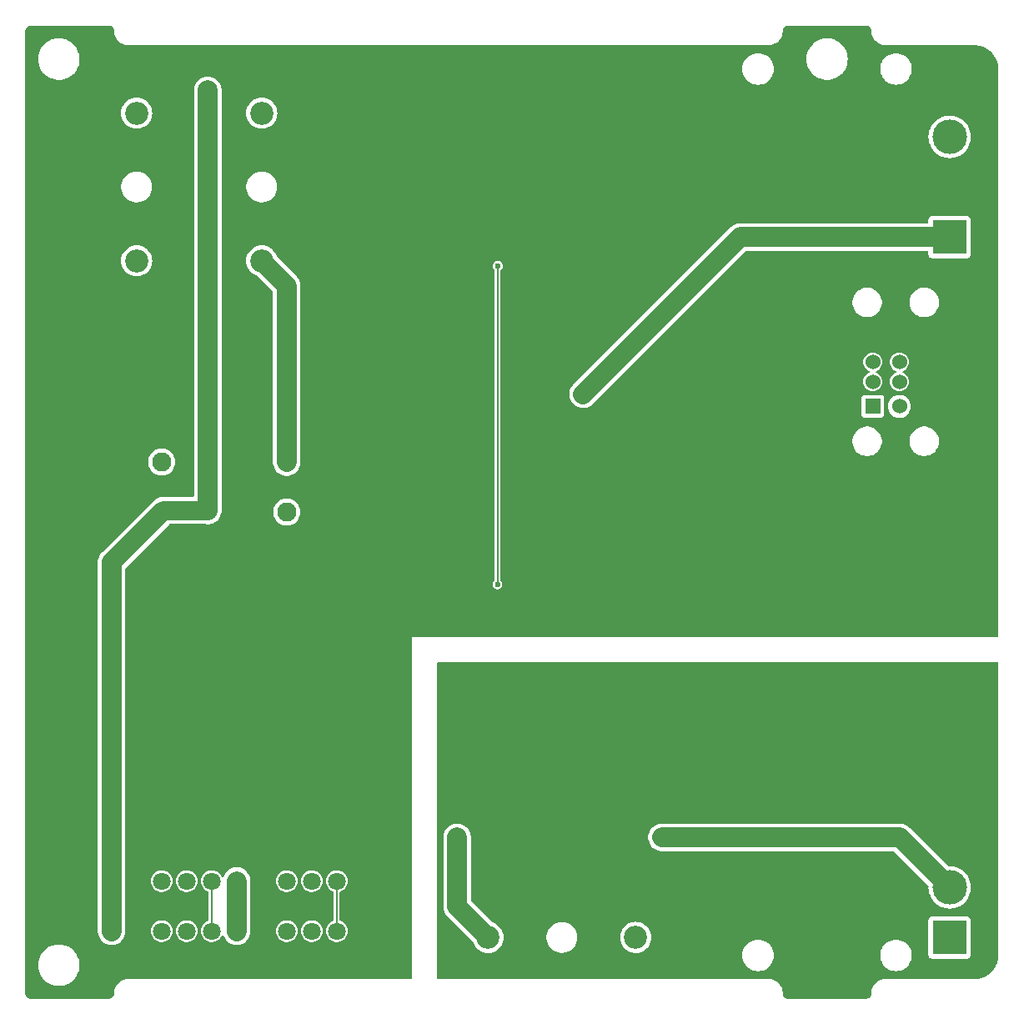
<source format=gbr>
%TF.GenerationSoftware,KiCad,Pcbnew,8.0.6-8.0.6-0~ubuntu24.04.1*%
%TF.CreationDate,2024-12-11T16:39:26+03:00*%
%TF.ProjectId,PM-PS,504d2d50-532e-46b6-9963-61645f706362,rev?*%
%TF.SameCoordinates,Original*%
%TF.FileFunction,Copper,L2,Bot*%
%TF.FilePolarity,Positive*%
%FSLAX46Y46*%
G04 Gerber Fmt 4.6, Leading zero omitted, Abs format (unit mm)*
G04 Created by KiCad (PCBNEW 8.0.6-8.0.6-0~ubuntu24.04.1) date 2024-12-11 16:39:26*
%MOMM*%
%LPD*%
G01*
G04 APERTURE LIST*
%TA.AperFunction,ComponentPad*%
%ADD10C,1.800000*%
%TD*%
%TA.AperFunction,ComponentPad*%
%ADD11C,1.950000*%
%TD*%
%TA.AperFunction,ComponentPad*%
%ADD12R,3.500000X3.500000*%
%TD*%
%TA.AperFunction,ComponentPad*%
%ADD13C,3.500000*%
%TD*%
%TA.AperFunction,ComponentPad*%
%ADD14C,1.803400*%
%TD*%
%TA.AperFunction,ComponentPad*%
%ADD15C,2.350000*%
%TD*%
%TA.AperFunction,ComponentPad*%
%ADD16R,1.524000X1.524000*%
%TD*%
%TA.AperFunction,ComponentPad*%
%ADD17C,1.524000*%
%TD*%
%TA.AperFunction,ComponentPad*%
%ADD18O,6.350000X6.350000*%
%TD*%
%TA.AperFunction,ViaPad*%
%ADD19C,2.000000*%
%TD*%
%TA.AperFunction,ViaPad*%
%ADD20C,0.600000*%
%TD*%
%TA.AperFunction,Conductor*%
%ADD21C,2.000000*%
%TD*%
%TA.AperFunction,Conductor*%
%ADD22C,1.949800*%
%TD*%
%TA.AperFunction,Conductor*%
%ADD23C,0.200000*%
%TD*%
G04 APERTURE END LIST*
D10*
%TO.P,XG1,1,Pin_1*%
%TO.N,+5V*%
X-40640000Y-37465000D03*
X-40640000Y-42545000D03*
%TO.P,XG1,2,Pin_2*%
%TO.N,GND*%
X-38100000Y-37465000D03*
X-38100000Y-42545000D03*
%TO.P,XG1,3,Pin_3*%
%TO.N,unconnected-(XG1-Pin_3-Pad3)*%
X-35560000Y-37465000D03*
%TO.P,XG1,4,Pin_4*%
%TO.N,unconnected-(XG1-Pin_4-Pad4)*%
X-33020000Y-37465000D03*
%TO.P,XG1,5,Pin_5*%
%TO.N,unconnected-(XG1-Pin_5-Pad5)*%
X-30480000Y-37465000D03*
X-30480000Y-42545000D03*
%TO.P,XG1,6,Pin_6*%
%TO.N,+5V*%
X-27940000Y-37465000D03*
X-27940000Y-42545000D03*
%TO.P,XG1,7,Pin_7*%
%TO.N,GND*%
X-25400000Y-37465000D03*
X-25400000Y-42545000D03*
%TO.P,XG1,8,Pin_8*%
%TO.N,unconnected-(XG1-Pin_8-Pad8)*%
X-22860000Y-37465000D03*
%TO.P,XG1,9,Pin_9*%
%TO.N,unconnected-(XG1-Pin_9-Pad9)*%
X-20320000Y-37465000D03*
%TO.P,XG1,10,Pin_10*%
%TO.N,unconnected-(XG1-Pin_10-Pad10)_1*%
X-17780000Y-37465000D03*
X-17780000Y-42545000D03*
%TO.P,XG1,13*%
%TO.N,N/C*%
X-35560000Y-42545000D03*
%TO.P,XG1,14*%
X-33020000Y-42545000D03*
%TO.P,XG1,18*%
X-22860000Y-42545000D03*
%TO.P,XG1,19*%
X-20320000Y-42545000D03*
%TD*%
D11*
%TO.P,J8,1,VIN*%
%TO.N,Net-(J8-VIN)*%
X-22860000Y5080000D03*
%TO.P,J8,2,GND*%
%TO.N,GND*%
X-22860000Y2540000D03*
%TO.P,J8,3,+VO*%
%TO.N,+5V_USB*%
X-22860000Y0D03*
%TD*%
D12*
%TO.P,J2,1,Pin_1*%
%TO.N,+24V*%
X44450000Y27940000D03*
D13*
%TO.P,J2,2,Pin_2*%
%TO.N,GND*%
X44450000Y33020000D03*
%TO.P,J2,3,Pin_3*%
%TO.N,+5V*%
X44450000Y38100000D03*
%TO.P,J2,4,Pin_4*%
%TO.N,GND*%
X44450000Y43180000D03*
%TD*%
D14*
%TO.P,U1,1,V-*%
%TO.N,GND*%
X15240000Y11980000D03*
%TO.P,U1,2,V+*%
%TO.N,+24V*%
X7240001Y11980000D03*
%TO.P,U1,3,AC/L*%
%TO.N,230V*%
X-5559999Y-33020012D03*
%TO.P,U1,4,AC/N*%
%TO.N,N*%
X15240000Y-33020012D03*
%TD*%
D12*
%TO.P,J1,1,Pin_1*%
%TO.N,Net-(J1-Pin_1)*%
X44450000Y-43180000D03*
D13*
%TO.P,J1,2,Pin_2*%
%TO.N,N*%
X44450000Y-38100000D03*
%TO.P,J1,3,Pin_3*%
%TO.N,PE*%
X44450000Y-33020000D03*
%TO.P,J1,4,Pin_4*%
X44450000Y-27940000D03*
%TD*%
D15*
%TO.P,U6,1,1*%
%TO.N,+24V*%
X-25400000Y40520000D03*
%TO.P,U6,2,2*%
%TO.N,Net-(J8-VIN)*%
X-25400000Y25520000D03*
%TD*%
%TO.P,U4,1,1*%
%TO.N,Net-(J1-Pin_1)*%
X12580000Y-43180000D03*
%TO.P,U4,2,2*%
%TO.N,230V*%
X-2420000Y-43180000D03*
%TD*%
D16*
%TO.P,J11,1,5V*%
%TO.N,+5V_USB*%
X36642500Y10740000D03*
D17*
%TO.P,J11,2,D-*%
%TO.N,unconnected-(J11-D--Pad2)*%
X36642500Y13240000D03*
%TO.P,J11,3,D+*%
%TO.N,unconnected-(J11-D+-Pad3)*%
X36642500Y15240000D03*
%TO.P,J11,4,GND*%
%TO.N,GND*%
X36642500Y17740000D03*
%TO.P,J11,5,5V*%
%TO.N,+5V_USB*%
X39342500Y10740000D03*
%TO.P,J11,6,D-*%
%TO.N,unconnected-(J11-D--Pad6)*%
X39342500Y13240000D03*
%TO.P,J11,7,D+*%
%TO.N,unconnected-(J11-D+-Pad7)*%
X39342500Y15240000D03*
%TO.P,J11,8,GND*%
%TO.N,GND*%
X39342500Y17740000D03*
%TD*%
D15*
%TO.P,U2,1,1*%
%TO.N,+24V*%
X-38100000Y40520000D03*
%TO.P,U2,2,2*%
%TO.N,Net-(J4-VIN)*%
X-38100000Y25520000D03*
%TD*%
D18*
%TO.P,PE1,1*%
%TO.N,PE*%
X32000000Y-46000000D03*
%TD*%
D11*
%TO.P,J4,1,VIN*%
%TO.N,Net-(J4-VIN)*%
X-35560000Y5080000D03*
%TO.P,J4,2,GND*%
%TO.N,GND*%
X-35560000Y2540000D03*
%TO.P,J4,3,+VO*%
%TO.N,+5V*%
X-35560000Y0D03*
%TD*%
D19*
%TO.N,+5V*%
X-30882200Y42819200D03*
D20*
%TO.N,/230V_LED*%
X-1439300Y25000600D03*
X-1470200Y-7352600D03*
%TD*%
D21*
%TO.N,+5V*%
X-40640000Y-5080000D02*
X-40640000Y-37465000D01*
X-27940000Y-42545000D02*
X-27940000Y-37465000D01*
X-30882200Y42819200D02*
X-30882200Y164800D01*
X-35560000Y0D02*
X-40640000Y-5080000D01*
D22*
X-35395200Y164800D02*
X-35560000Y0D01*
D21*
X-40640000Y-42545000D02*
X-40640000Y-37465000D01*
D22*
X-30882200Y164800D02*
X-35395200Y164800D01*
D21*
%TO.N,230V*%
X-2420000Y-43180000D02*
X-5560000Y-40040000D01*
X-5560000Y-40040000D02*
X-5560000Y-33020000D01*
%TO.N,N*%
X39370000Y-33020000D02*
X44450000Y-38100000D01*
X15240000Y-33020000D02*
X39370000Y-33020000D01*
%TO.N,+24V*%
X23200000Y27940000D02*
X7240000Y11980000D01*
X44450000Y27940000D02*
X23200000Y27940000D01*
D23*
%TO.N,/230V_LED*%
X-1470200Y24969700D02*
X-1439300Y25000600D01*
X-1470200Y-7352600D02*
X-1470200Y24969700D01*
D21*
%TO.N,Net-(J8-VIN)*%
X-25400000Y25520000D02*
X-22860000Y22980000D01*
X-22860000Y22980000D02*
X-22860000Y5080000D01*
D23*
%TO.N,unconnected-(XG1-Pin_10-Pad10)_1*%
X-17780000Y-42545000D02*
X-17780000Y-37465000D01*
%TO.N,unconnected-(XG1-Pin_5-Pad5)*%
X-30480000Y-42545000D02*
X-30480000Y-37465000D01*
%TD*%
%TA.AperFunction,Conductor*%
%TO.N,PE*%
G36*
X49342539Y-15259685D02*
G01*
X49388294Y-15312489D01*
X49399500Y-15364000D01*
X49399500Y-44996249D01*
X49399274Y-45003736D01*
X49382457Y-45281741D01*
X49380652Y-45296605D01*
X49331126Y-45566862D01*
X49327542Y-45581402D01*
X49245803Y-45843709D01*
X49240494Y-45857709D01*
X49127729Y-46108264D01*
X49120770Y-46121523D01*
X48978630Y-46356652D01*
X48970124Y-46368975D01*
X48800675Y-46585261D01*
X48790745Y-46596469D01*
X48596469Y-46790745D01*
X48585261Y-46800675D01*
X48368975Y-46970124D01*
X48356652Y-46978630D01*
X48121523Y-47120770D01*
X48108264Y-47127729D01*
X47857709Y-47240494D01*
X47843709Y-47245803D01*
X47581402Y-47327542D01*
X47566862Y-47331126D01*
X47296605Y-47380652D01*
X47281741Y-47382457D01*
X47003736Y-47399274D01*
X46996249Y-47399500D01*
X37892682Y-47399500D01*
X37680235Y-47430044D01*
X37680225Y-47430047D01*
X37474284Y-47490517D01*
X37279061Y-47579672D01*
X37279048Y-47579679D01*
X37098485Y-47695720D01*
X36936275Y-47836275D01*
X36795720Y-47998485D01*
X36679679Y-48179048D01*
X36679672Y-48179061D01*
X36590517Y-48374284D01*
X36530047Y-48580225D01*
X36530044Y-48580235D01*
X36499500Y-48792682D01*
X36499500Y-48893038D01*
X36498720Y-48906923D01*
X36488540Y-48997264D01*
X36482362Y-49024333D01*
X36454648Y-49103537D01*
X36442600Y-49128555D01*
X36397957Y-49199604D01*
X36380644Y-49221313D01*
X36321313Y-49280644D01*
X36299604Y-49297957D01*
X36228555Y-49342600D01*
X36203537Y-49354648D01*
X36124333Y-49382362D01*
X36097264Y-49388540D01*
X36017075Y-49397576D01*
X36006921Y-49398720D01*
X35993038Y-49399500D01*
X28006962Y-49399500D01*
X27993078Y-49398720D01*
X27980553Y-49397308D01*
X27902735Y-49388540D01*
X27875666Y-49382362D01*
X27796462Y-49354648D01*
X27771444Y-49342600D01*
X27700395Y-49297957D01*
X27678686Y-49280644D01*
X27619355Y-49221313D01*
X27602042Y-49199604D01*
X27557399Y-49128555D01*
X27545351Y-49103537D01*
X27517637Y-49024333D01*
X27511459Y-48997263D01*
X27501280Y-48906922D01*
X27500500Y-48893038D01*
X27500500Y-48792683D01*
X27500500Y-48792682D01*
X27469954Y-48580231D01*
X27409484Y-48374290D01*
X27409483Y-48374288D01*
X27409482Y-48374284D01*
X27320327Y-48179061D01*
X27320320Y-48179048D01*
X27227120Y-48034026D01*
X27204281Y-47998487D01*
X27171172Y-47960277D01*
X27063724Y-47836275D01*
X26901514Y-47695720D01*
X26901513Y-47695719D01*
X26824634Y-47646312D01*
X26720951Y-47579679D01*
X26720938Y-47579672D01*
X26525715Y-47490517D01*
X26319774Y-47430047D01*
X26319764Y-47430044D01*
X26128754Y-47402582D01*
X26107318Y-47399500D01*
X26065892Y-47399500D01*
X-7496000Y-47399500D01*
X-7563039Y-47379815D01*
X-7608794Y-47327011D01*
X-7620000Y-47275500D01*
X-7620000Y-45000000D01*
X23394551Y-45000000D01*
X23414317Y-45251151D01*
X23473126Y-45496110D01*
X23569533Y-45728859D01*
X23701160Y-45943653D01*
X23701161Y-45943656D01*
X23701164Y-45943659D01*
X23864776Y-46135224D01*
X23964391Y-46220303D01*
X24056343Y-46298838D01*
X24056346Y-46298839D01*
X24271140Y-46430466D01*
X24503889Y-46526873D01*
X24748852Y-46585683D01*
X25000000Y-46605449D01*
X25251148Y-46585683D01*
X25496111Y-46526873D01*
X25728859Y-46430466D01*
X25943659Y-46298836D01*
X26135224Y-46135224D01*
X26298836Y-45943659D01*
X26430466Y-45728859D01*
X26526873Y-45496111D01*
X26585683Y-45251148D01*
X26605449Y-45000000D01*
X37394551Y-45000000D01*
X37414317Y-45251151D01*
X37473126Y-45496110D01*
X37569533Y-45728859D01*
X37701160Y-45943653D01*
X37701161Y-45943656D01*
X37701164Y-45943659D01*
X37864776Y-46135224D01*
X37964391Y-46220303D01*
X38056343Y-46298838D01*
X38056346Y-46298839D01*
X38271140Y-46430466D01*
X38503889Y-46526873D01*
X38748852Y-46585683D01*
X39000000Y-46605449D01*
X39251148Y-46585683D01*
X39496111Y-46526873D01*
X39728859Y-46430466D01*
X39943659Y-46298836D01*
X40135224Y-46135224D01*
X40298836Y-45943659D01*
X40430466Y-45728859D01*
X40526873Y-45496111D01*
X40585683Y-45251148D01*
X40605449Y-45000000D01*
X40585683Y-44748852D01*
X40526873Y-44503889D01*
X40441381Y-44297492D01*
X40430466Y-44271140D01*
X40298839Y-44056346D01*
X40298838Y-44056343D01*
X40255620Y-44005742D01*
X40135224Y-43864776D01*
X40008571Y-43756604D01*
X39943656Y-43701161D01*
X39943653Y-43701160D01*
X39728859Y-43569533D01*
X39496110Y-43473126D01*
X39251151Y-43414317D01*
X39000000Y-43394551D01*
X38748848Y-43414317D01*
X38503889Y-43473126D01*
X38271140Y-43569533D01*
X38056346Y-43701160D01*
X38056343Y-43701161D01*
X37864776Y-43864776D01*
X37701161Y-44056343D01*
X37701160Y-44056346D01*
X37569533Y-44271140D01*
X37473126Y-44503889D01*
X37414317Y-44748848D01*
X37394551Y-45000000D01*
X26605449Y-45000000D01*
X26585683Y-44748852D01*
X26526873Y-44503889D01*
X26441381Y-44297492D01*
X26430466Y-44271140D01*
X26298839Y-44056346D01*
X26298838Y-44056343D01*
X26255620Y-44005742D01*
X26135224Y-43864776D01*
X26008571Y-43756604D01*
X25943656Y-43701161D01*
X25943653Y-43701160D01*
X25728859Y-43569533D01*
X25496110Y-43473126D01*
X25251151Y-43414317D01*
X25000000Y-43394551D01*
X24748848Y-43414317D01*
X24503889Y-43473126D01*
X24271140Y-43569533D01*
X24056346Y-43701160D01*
X24056343Y-43701161D01*
X23864776Y-43864776D01*
X23701161Y-44056343D01*
X23701160Y-44056346D01*
X23569533Y-44271140D01*
X23473126Y-44503889D01*
X23414317Y-44748848D01*
X23394551Y-45000000D01*
X-7620000Y-45000000D01*
X-7620000Y-39925377D01*
X-6960501Y-39925377D01*
X-6960501Y-40150220D01*
X-6926015Y-40367952D01*
X-6857897Y-40577603D01*
X-6857896Y-40577606D01*
X-6757813Y-40774025D01*
X-6628249Y-40952357D01*
X-6628245Y-40952361D01*
X-6628242Y-40952365D01*
X-6536255Y-41044352D01*
X-6468035Y-41112572D01*
X-6468024Y-41112582D01*
X-3948086Y-43632520D01*
X-3921206Y-43672749D01*
X-3828125Y-43897470D01*
X-3828123Y-43897473D01*
X-3698550Y-44108916D01*
X-3698547Y-44108921D01*
X-3625542Y-44194399D01*
X-3537492Y-44297492D01*
X-3416885Y-44400500D01*
X-3348922Y-44458546D01*
X-3348917Y-44458549D01*
X-3137475Y-44588122D01*
X-2908363Y-44683023D01*
X-2836607Y-44700250D01*
X-2667225Y-44740915D01*
X-2420000Y-44760372D01*
X-2172775Y-44740915D01*
X-1931638Y-44683023D01*
X-1702526Y-44588122D01*
X-1491081Y-44458548D01*
X-1302508Y-44297492D01*
X-1141452Y-44108919D01*
X-1011878Y-43897474D01*
X-916977Y-43668362D01*
X-859085Y-43427225D01*
X-839628Y-43180000D01*
X-849387Y-43055999D01*
X3504500Y-43055999D01*
X3504500Y-43304000D01*
X3543293Y-43548927D01*
X3543294Y-43548931D01*
X3619927Y-43784782D01*
X3732511Y-44005742D01*
X3878276Y-44206370D01*
X4053630Y-44381724D01*
X4254258Y-44527489D01*
X4475218Y-44640073D01*
X4711069Y-44716706D01*
X4802920Y-44731253D01*
X4956000Y-44755500D01*
X4956005Y-44755500D01*
X5204000Y-44755500D01*
X5340070Y-44733947D01*
X5448931Y-44716706D01*
X5684782Y-44640073D01*
X5905742Y-44527489D01*
X6106370Y-44381724D01*
X6281724Y-44206370D01*
X6427489Y-44005742D01*
X6540073Y-43784782D01*
X6616706Y-43548931D01*
X6638027Y-43414317D01*
X6655500Y-43304000D01*
X6655500Y-43180000D01*
X10999628Y-43180000D01*
X11019085Y-43427228D01*
X11076976Y-43668362D01*
X11171877Y-43897474D01*
X11301450Y-44108916D01*
X11301453Y-44108921D01*
X11374458Y-44194399D01*
X11462508Y-44297492D01*
X11583115Y-44400500D01*
X11651078Y-44458546D01*
X11651083Y-44458549D01*
X11862525Y-44588122D01*
X12091637Y-44683023D01*
X12163393Y-44700250D01*
X12332775Y-44740915D01*
X12580000Y-44760372D01*
X12827225Y-44740915D01*
X13068362Y-44683023D01*
X13297474Y-44588122D01*
X13508919Y-44458548D01*
X13697492Y-44297492D01*
X13858548Y-44108919D01*
X13988122Y-43897474D01*
X14083023Y-43668362D01*
X14140915Y-43427225D01*
X14160372Y-43180000D01*
X14140915Y-42932775D01*
X14083023Y-42691638D01*
X14034801Y-42575218D01*
X13988122Y-42462525D01*
X13858549Y-42251083D01*
X13858546Y-42251078D01*
X13775317Y-42153630D01*
X13697492Y-42062508D01*
X13594399Y-41974458D01*
X13508921Y-41901453D01*
X13508916Y-41901450D01*
X13297474Y-41771877D01*
X13068362Y-41676976D01*
X12827228Y-41619085D01*
X12580000Y-41599628D01*
X12332771Y-41619085D01*
X12091637Y-41676976D01*
X11862525Y-41771877D01*
X11651083Y-41901450D01*
X11651078Y-41901453D01*
X11462508Y-42062508D01*
X11301453Y-42251078D01*
X11301450Y-42251083D01*
X11171877Y-42462525D01*
X11076976Y-42691637D01*
X11019085Y-42932771D01*
X10999628Y-43180000D01*
X6655500Y-43180000D01*
X6655500Y-43055999D01*
X6616706Y-42811072D01*
X6616706Y-42811069D01*
X6540073Y-42575218D01*
X6427489Y-42354258D01*
X6281724Y-42153630D01*
X6106370Y-41978276D01*
X5905742Y-41832511D01*
X5684782Y-41719927D01*
X5448931Y-41643294D01*
X5448929Y-41643293D01*
X5448927Y-41643293D01*
X5204000Y-41604500D01*
X5203995Y-41604500D01*
X4956005Y-41604500D01*
X4956000Y-41604500D01*
X4711072Y-41643293D01*
X4475215Y-41719928D01*
X4254257Y-41832511D01*
X4139792Y-41915675D01*
X4053630Y-41978276D01*
X4053628Y-41978278D01*
X4053627Y-41978278D01*
X3878278Y-42153627D01*
X3878278Y-42153628D01*
X3878276Y-42153630D01*
X3815675Y-42239792D01*
X3732511Y-42354257D01*
X3619928Y-42575215D01*
X3543293Y-42811072D01*
X3504500Y-43055999D01*
X-849387Y-43055999D01*
X-859085Y-42932775D01*
X-916977Y-42691638D01*
X-965199Y-42575218D01*
X-1011878Y-42462525D01*
X-1141451Y-42251083D01*
X-1141454Y-42251078D01*
X-1224683Y-42153630D01*
X-1302508Y-42062508D01*
X-1405601Y-41974458D01*
X-1491079Y-41901453D01*
X-1491084Y-41901450D01*
X-1702527Y-41771877D01*
X-1702530Y-41771875D01*
X-1927251Y-41678794D01*
X-1967480Y-41651914D01*
X-2220919Y-41398475D01*
X42299500Y-41398475D01*
X42299500Y-44961517D01*
X42305001Y-44996249D01*
X42314354Y-45055304D01*
X42371950Y-45168342D01*
X42371952Y-45168344D01*
X42371954Y-45168347D01*
X42461652Y-45258045D01*
X42461654Y-45258046D01*
X42461658Y-45258050D01*
X42574694Y-45315645D01*
X42574698Y-45315647D01*
X42668475Y-45330499D01*
X42668481Y-45330500D01*
X46231518Y-45330499D01*
X46325304Y-45315646D01*
X46438342Y-45258050D01*
X46528050Y-45168342D01*
X46585646Y-45055304D01*
X46585646Y-45055302D01*
X46585647Y-45055301D01*
X46600499Y-44961524D01*
X46600500Y-44961519D01*
X46600499Y-41398482D01*
X46585646Y-41304696D01*
X46528050Y-41191658D01*
X46528046Y-41191654D01*
X46528045Y-41191652D01*
X46438347Y-41101954D01*
X46438344Y-41101952D01*
X46438342Y-41101950D01*
X46361517Y-41062805D01*
X46325301Y-41044352D01*
X46231524Y-41029500D01*
X42668482Y-41029500D01*
X42587519Y-41042323D01*
X42574696Y-41044354D01*
X42461658Y-41101950D01*
X42461657Y-41101951D01*
X42461652Y-41101954D01*
X42371954Y-41191652D01*
X42371951Y-41191657D01*
X42314352Y-41304698D01*
X42299500Y-41398475D01*
X-2220919Y-41398475D01*
X-4123181Y-39496213D01*
X-4156666Y-39434890D01*
X-4159500Y-39408532D01*
X-4159500Y-32909778D01*
X13839500Y-32909778D01*
X13839500Y-33130221D01*
X13873985Y-33347952D01*
X13942103Y-33557603D01*
X13942104Y-33557606D01*
X14042187Y-33754025D01*
X14171752Y-33932358D01*
X14171756Y-33932363D01*
X14327636Y-34088243D01*
X14327641Y-34088247D01*
X14483192Y-34201260D01*
X14505978Y-34217815D01*
X14634375Y-34283237D01*
X14702393Y-34317895D01*
X14702396Y-34317896D01*
X14807221Y-34351955D01*
X14912049Y-34386015D01*
X15129778Y-34420500D01*
X38738532Y-34420500D01*
X38805571Y-34440185D01*
X38826213Y-34456819D01*
X42265794Y-37896400D01*
X42299279Y-37957723D01*
X42301824Y-37992542D01*
X42294475Y-38099999D01*
X42314551Y-38393511D01*
X42314552Y-38393513D01*
X42374404Y-38681543D01*
X42374409Y-38681559D01*
X42472927Y-38958762D01*
X42608278Y-39219977D01*
X42608282Y-39219983D01*
X42777932Y-39460323D01*
X42978743Y-39675338D01*
X43106384Y-39779181D01*
X43206951Y-39860999D01*
X43206953Y-39861000D01*
X43206954Y-39861001D01*
X43458319Y-40013860D01*
X43458324Y-40013862D01*
X43728154Y-40131065D01*
X43728159Y-40131067D01*
X44011445Y-40210440D01*
X44267681Y-40245659D01*
X44302901Y-40250500D01*
X44302902Y-40250500D01*
X44597099Y-40250500D01*
X44628520Y-40246180D01*
X44888555Y-40210440D01*
X45171841Y-40131067D01*
X45441682Y-40013859D01*
X45693049Y-39860999D01*
X45921260Y-39675335D01*
X46122065Y-39460326D01*
X46291722Y-39219976D01*
X46427072Y-38958764D01*
X46525592Y-38681554D01*
X46525592Y-38681549D01*
X46525595Y-38681543D01*
X46558511Y-38523135D01*
X46585448Y-38393511D01*
X46605525Y-38100000D01*
X46585448Y-37806489D01*
X46568089Y-37722955D01*
X46525595Y-37518456D01*
X46525590Y-37518440D01*
X46427072Y-37241237D01*
X46427072Y-37241236D01*
X46291722Y-36980024D01*
X46291721Y-36980022D01*
X46291717Y-36980016D01*
X46122067Y-36739676D01*
X45921256Y-36524661D01*
X45693045Y-36338998D01*
X45441680Y-36186139D01*
X45441675Y-36186137D01*
X45171845Y-36068934D01*
X44888560Y-35989561D01*
X44888556Y-35989560D01*
X44888555Y-35989560D01*
X44742826Y-35969530D01*
X44597099Y-35949500D01*
X44597098Y-35949500D01*
X44331468Y-35949500D01*
X44264429Y-35929815D01*
X44243787Y-35913181D01*
X40442582Y-32111976D01*
X40442573Y-32111966D01*
X40438242Y-32107635D01*
X40282365Y-31951758D01*
X40282361Y-31951755D01*
X40282357Y-31951751D01*
X40104025Y-31822187D01*
X40104024Y-31822186D01*
X40104022Y-31822185D01*
X40041096Y-31790122D01*
X39907606Y-31722104D01*
X39907603Y-31722103D01*
X39697952Y-31653985D01*
X39589086Y-31636742D01*
X39480222Y-31619499D01*
X39259778Y-31619499D01*
X39254667Y-31619499D01*
X39254643Y-31619500D01*
X15129778Y-31619500D01*
X15057201Y-31630995D01*
X14912047Y-31653985D01*
X14702396Y-31722103D01*
X14702393Y-31722104D01*
X14505974Y-31822187D01*
X14327641Y-31951752D01*
X14327636Y-31951756D01*
X14171756Y-32107636D01*
X14171752Y-32107641D01*
X14042187Y-32285974D01*
X13942104Y-32482393D01*
X13942103Y-32482396D01*
X13873985Y-32692047D01*
X13839500Y-32909778D01*
X-4159500Y-32909778D01*
X-4193985Y-32692049D01*
X-4262105Y-32482394D01*
X-4262105Y-32482393D01*
X-4296763Y-32414375D01*
X-4362185Y-32285978D01*
X-4378740Y-32263192D01*
X-4491753Y-32107641D01*
X-4491757Y-32107636D01*
X-4647637Y-31951756D01*
X-4647642Y-31951752D01*
X-4825975Y-31822187D01*
X-4825976Y-31822186D01*
X-4825978Y-31822185D01*
X-4888904Y-31790122D01*
X-5022394Y-31722104D01*
X-5022397Y-31722103D01*
X-5232048Y-31653985D01*
X-5340914Y-31636742D01*
X-5449778Y-31619500D01*
X-5670222Y-31619500D01*
X-5742799Y-31630995D01*
X-5887953Y-31653985D01*
X-6097604Y-31722103D01*
X-6097607Y-31722104D01*
X-6294026Y-31822187D01*
X-6472359Y-31951752D01*
X-6472364Y-31951756D01*
X-6628244Y-32107636D01*
X-6628248Y-32107641D01*
X-6757813Y-32285974D01*
X-6857896Y-32482393D01*
X-6857897Y-32482396D01*
X-6926015Y-32692047D01*
X-6960500Y-32909778D01*
X-6960500Y-39925362D01*
X-6960501Y-39925377D01*
X-7620000Y-39925377D01*
X-7620000Y-15364000D01*
X-7600315Y-15296961D01*
X-7547511Y-15251206D01*
X-7496000Y-15240000D01*
X49275500Y-15240000D01*
X49342539Y-15259685D01*
G37*
%TD.AperFunction*%
%TD*%
%TA.AperFunction,Conductor*%
%TO.N,GND*%
G36*
X-40893078Y49398720D02*
G01*
X-40802734Y49388541D01*
X-40775669Y49382364D01*
X-40696460Y49354648D01*
X-40671447Y49342602D01*
X-40600394Y49297957D01*
X-40578687Y49280645D01*
X-40519356Y49221314D01*
X-40502043Y49199605D01*
X-40457400Y49128556D01*
X-40445352Y49103538D01*
X-40417638Y49024334D01*
X-40411460Y48997265D01*
X-40401280Y48906924D01*
X-40400500Y48893039D01*
X-40400500Y48792683D01*
X-40369956Y48580236D01*
X-40369953Y48580226D01*
X-40309483Y48374285D01*
X-40220328Y48179062D01*
X-40220321Y48179049D01*
X-40104280Y47998486D01*
X-39963725Y47836276D01*
X-39839723Y47728828D01*
X-39801513Y47695719D01*
X-39672469Y47612789D01*
X-39620952Y47579680D01*
X-39620939Y47579673D01*
X-39425716Y47490518D01*
X-39425712Y47490517D01*
X-39425710Y47490516D01*
X-39219769Y47430046D01*
X-39219768Y47430046D01*
X-39219765Y47430045D01*
X-39156416Y47420938D01*
X-39007318Y47399500D01*
X-39007317Y47399500D01*
X26107317Y47399500D01*
X26107318Y47399500D01*
X26277851Y47424020D01*
X26319764Y47430045D01*
X26319765Y47430046D01*
X26319769Y47430046D01*
X26525710Y47490516D01*
X26525713Y47490518D01*
X26525715Y47490518D01*
X26720938Y47579673D01*
X26720944Y47579677D01*
X26720950Y47579679D01*
X26901513Y47695719D01*
X27063724Y47836276D01*
X27204281Y47998487D01*
X27320321Y48179050D01*
X27320323Y48179056D01*
X27320327Y48179062D01*
X27409482Y48374285D01*
X27409482Y48374287D01*
X27409484Y48374290D01*
X27469954Y48580231D01*
X27500500Y48792682D01*
X27500500Y48893039D01*
X27501280Y48906923D01*
X27501280Y48906924D01*
X27511459Y48997269D01*
X27517635Y49024330D01*
X27545353Y49103544D01*
X27557396Y49128550D01*
X27602046Y49199611D01*
X27619351Y49221310D01*
X27678690Y49280649D01*
X27700389Y49297954D01*
X27771450Y49342604D01*
X27796456Y49354647D01*
X27875670Y49382365D01*
X27902733Y49388541D01*
X27965419Y49395604D01*
X27993079Y49398720D01*
X28006962Y49399500D01*
X28065892Y49399500D01*
X35934108Y49399500D01*
X35993038Y49399500D01*
X36006922Y49398720D01*
X36097266Y49388541D01*
X36124331Y49382364D01*
X36203540Y49354648D01*
X36228553Y49342602D01*
X36299606Y49297957D01*
X36321313Y49280645D01*
X36380644Y49221314D01*
X36397957Y49199605D01*
X36442600Y49128556D01*
X36454648Y49103538D01*
X36482362Y49024334D01*
X36488540Y48997265D01*
X36498720Y48906924D01*
X36499500Y48893039D01*
X36499500Y48792683D01*
X36530044Y48580236D01*
X36530047Y48580226D01*
X36590517Y48374285D01*
X36679672Y48179062D01*
X36679679Y48179049D01*
X36795720Y47998486D01*
X36936275Y47836276D01*
X37060277Y47728828D01*
X37098487Y47695719D01*
X37227531Y47612789D01*
X37279048Y47579680D01*
X37279061Y47579673D01*
X37474284Y47490518D01*
X37474288Y47490517D01*
X37474290Y47490516D01*
X37680231Y47430046D01*
X37680232Y47430046D01*
X37680235Y47430045D01*
X37743584Y47420938D01*
X37892682Y47399500D01*
X37934108Y47399500D01*
X46934108Y47399500D01*
X46996249Y47399500D01*
X47003736Y47399274D01*
X47281742Y47382458D01*
X47296605Y47380653D01*
X47371845Y47366865D01*
X47566866Y47331126D01*
X47581395Y47327545D01*
X47843713Y47245803D01*
X47857709Y47240495D01*
X48108264Y47127730D01*
X48121522Y47120772D01*
X48356658Y46978627D01*
X48368969Y46970129D01*
X48536603Y46838797D01*
X48585261Y46800676D01*
X48596469Y46790746D01*
X48790745Y46596470D01*
X48800675Y46585262D01*
X48814174Y46568032D01*
X48948023Y46397185D01*
X48970124Y46368976D01*
X48978630Y46356653D01*
X49120770Y46121524D01*
X49127729Y46108265D01*
X49240494Y45857710D01*
X49245803Y45843710D01*
X49327542Y45581403D01*
X49331126Y45566863D01*
X49380652Y45296606D01*
X49382457Y45281742D01*
X49399274Y45003737D01*
X49399500Y44996250D01*
X49399500Y-12576000D01*
X49379815Y-12643039D01*
X49327011Y-12688794D01*
X49275500Y-12700000D01*
X-10160000Y-12700000D01*
X-10160000Y-47275500D01*
X-10179685Y-47342539D01*
X-10232489Y-47388294D01*
X-10284000Y-47399500D01*
X-39007318Y-47399500D01*
X-39219765Y-47430044D01*
X-39219775Y-47430047D01*
X-39425716Y-47490517D01*
X-39620939Y-47579672D01*
X-39620952Y-47579679D01*
X-39801515Y-47695720D01*
X-39963725Y-47836275D01*
X-40104280Y-47998485D01*
X-40220321Y-48179048D01*
X-40220328Y-48179061D01*
X-40309483Y-48374284D01*
X-40369953Y-48580225D01*
X-40369956Y-48580235D01*
X-40400500Y-48792682D01*
X-40400500Y-48893038D01*
X-40401280Y-48906923D01*
X-40411460Y-48997264D01*
X-40417638Y-49024333D01*
X-40445352Y-49103537D01*
X-40457400Y-49128555D01*
X-40502043Y-49199604D01*
X-40519356Y-49221313D01*
X-40578687Y-49280644D01*
X-40600396Y-49297957D01*
X-40671445Y-49342600D01*
X-40696463Y-49354648D01*
X-40775667Y-49382362D01*
X-40802736Y-49388540D01*
X-40882925Y-49397576D01*
X-40893079Y-49398720D01*
X-40906962Y-49399500D01*
X-48893038Y-49399500D01*
X-48906922Y-49398720D01*
X-48919447Y-49397308D01*
X-48997265Y-49388540D01*
X-49024334Y-49382362D01*
X-49103538Y-49354648D01*
X-49128556Y-49342600D01*
X-49199605Y-49297957D01*
X-49221314Y-49280644D01*
X-49280645Y-49221313D01*
X-49297958Y-49199604D01*
X-49342601Y-49128555D01*
X-49354649Y-49103537D01*
X-49382363Y-49024333D01*
X-49388541Y-48997263D01*
X-49398720Y-48906922D01*
X-49399500Y-48893038D01*
X-49399500Y-46000000D01*
X-48105408Y-46000000D01*
X-48085799Y-46286680D01*
X-48027334Y-46568034D01*
X-48027333Y-46568037D01*
X-47931106Y-46838793D01*
X-47931107Y-46838793D01*
X-47798902Y-47093935D01*
X-47633188Y-47328700D01*
X-47559297Y-47407817D01*
X-47437053Y-47538708D01*
X-47214147Y-47720055D01*
X-46990904Y-47855813D01*
X-46968618Y-47869365D01*
X-46781763Y-47950526D01*
X-46705058Y-47983844D01*
X-46428358Y-48061371D01*
X-46178080Y-48095771D01*
X-46143679Y-48100500D01*
X-46143678Y-48100500D01*
X-45856321Y-48100500D01*
X-45825630Y-48096281D01*
X-45571642Y-48061371D01*
X-45294942Y-47983844D01*
X-45181985Y-47934779D01*
X-45031383Y-47869365D01*
X-45031380Y-47869363D01*
X-45031375Y-47869361D01*
X-44785853Y-47720055D01*
X-44562947Y-47538708D01*
X-44366811Y-47328698D01*
X-44201099Y-47093936D01*
X-44068896Y-46838797D01*
X-43972666Y-46568032D01*
X-43914202Y-46286686D01*
X-43894592Y-46000000D01*
X-43914202Y-45713314D01*
X-43972666Y-45431968D01*
X-44068895Y-45161206D01*
X-44068894Y-45161206D01*
X-44201099Y-44906064D01*
X-44366813Y-44671299D01*
X-44455734Y-44576089D01*
X-44562947Y-44461292D01*
X-44785853Y-44279945D01*
X-44785854Y-44279944D01*
X-45031383Y-44130634D01*
X-45294937Y-44016158D01*
X-45294939Y-44016157D01*
X-45294942Y-44016156D01*
X-45424422Y-43979877D01*
X-45571636Y-43938630D01*
X-45571641Y-43938629D01*
X-45571642Y-43938629D01*
X-45713982Y-43919064D01*
X-45856321Y-43899500D01*
X-45856322Y-43899500D01*
X-46143678Y-43899500D01*
X-46143679Y-43899500D01*
X-46428358Y-43938629D01*
X-46428365Y-43938630D01*
X-46636139Y-43996845D01*
X-46705058Y-44016156D01*
X-46705061Y-44016156D01*
X-46705064Y-44016158D01*
X-46705065Y-44016158D01*
X-46968618Y-44130634D01*
X-47214147Y-44279944D01*
X-47437050Y-44461289D01*
X-47633188Y-44671299D01*
X-47798902Y-44906064D01*
X-47931106Y-45161206D01*
X-48027333Y-45431962D01*
X-48027334Y-45431965D01*
X-48085799Y-45713319D01*
X-48105408Y-46000000D01*
X-49399500Y-46000000D01*
X-49399500Y-4969779D01*
X-42040501Y-4969779D01*
X-42040501Y-5195332D01*
X-42040500Y-5195357D01*
X-42040500Y-42655221D01*
X-42006015Y-42872952D01*
X-41937897Y-43082603D01*
X-41937896Y-43082606D01*
X-41837813Y-43279025D01*
X-41708248Y-43457358D01*
X-41708244Y-43457363D01*
X-41552364Y-43613243D01*
X-41552359Y-43613247D01*
X-41467003Y-43675261D01*
X-41374022Y-43742815D01*
X-41245625Y-43808237D01*
X-41177607Y-43842895D01*
X-41177604Y-43842896D01*
X-41072779Y-43876955D01*
X-40967951Y-43911015D01*
X-40750222Y-43945500D01*
X-40750221Y-43945500D01*
X-40529779Y-43945500D01*
X-40529778Y-43945500D01*
X-40312049Y-43911015D01*
X-40102394Y-43842895D01*
X-39905978Y-43742815D01*
X-39727635Y-43613242D01*
X-39571758Y-43457365D01*
X-39442185Y-43279022D01*
X-39342105Y-43082606D01*
X-39273985Y-42872951D01*
X-39239500Y-42655222D01*
X-39239500Y-42544999D01*
X-36665215Y-42544999D01*
X-36665215Y-42545000D01*
X-36646398Y-42748082D01*
X-36590583Y-42944247D01*
X-36590578Y-42944260D01*
X-36499673Y-43126821D01*
X-36376763Y-43289581D01*
X-36226042Y-43426980D01*
X-36226040Y-43426982D01*
X-36176969Y-43457365D01*
X-36052637Y-43534348D01*
X-35862456Y-43608024D01*
X-35661976Y-43645500D01*
X-35661974Y-43645500D01*
X-35458026Y-43645500D01*
X-35458024Y-43645500D01*
X-35257544Y-43608024D01*
X-35067363Y-43534348D01*
X-34893959Y-43426981D01*
X-34743236Y-43289579D01*
X-34620327Y-43126821D01*
X-34529418Y-42944250D01*
X-34473603Y-42748083D01*
X-34454785Y-42545000D01*
X-34454785Y-42544999D01*
X-34125215Y-42544999D01*
X-34125215Y-42545000D01*
X-34106398Y-42748082D01*
X-34050583Y-42944247D01*
X-34050578Y-42944260D01*
X-33959673Y-43126821D01*
X-33836763Y-43289581D01*
X-33686042Y-43426980D01*
X-33686040Y-43426982D01*
X-33636969Y-43457365D01*
X-33512637Y-43534348D01*
X-33322456Y-43608024D01*
X-33121976Y-43645500D01*
X-33121974Y-43645500D01*
X-32918026Y-43645500D01*
X-32918024Y-43645500D01*
X-32717544Y-43608024D01*
X-32527363Y-43534348D01*
X-32353959Y-43426981D01*
X-32203236Y-43289579D01*
X-32080327Y-43126821D01*
X-31989418Y-42944250D01*
X-31933603Y-42748083D01*
X-31914785Y-42545000D01*
X-31933603Y-42341917D01*
X-31989418Y-42145750D01*
X-32080327Y-41963179D01*
X-32203236Y-41800421D01*
X-32203238Y-41800418D01*
X-32353959Y-41663019D01*
X-32353961Y-41663017D01*
X-32527358Y-41555655D01*
X-32527365Y-41555651D01*
X-32640298Y-41511901D01*
X-32717544Y-41481976D01*
X-32918024Y-41444500D01*
X-33121976Y-41444500D01*
X-33322456Y-41481976D01*
X-33322459Y-41481976D01*
X-33322459Y-41481977D01*
X-33512636Y-41555651D01*
X-33512643Y-41555655D01*
X-33686040Y-41663017D01*
X-33686042Y-41663019D01*
X-33836763Y-41800418D01*
X-33959673Y-41963178D01*
X-34050578Y-42145739D01*
X-34050583Y-42145752D01*
X-34106398Y-42341917D01*
X-34125215Y-42544999D01*
X-34454785Y-42544999D01*
X-34473603Y-42341917D01*
X-34529418Y-42145750D01*
X-34620327Y-41963179D01*
X-34743236Y-41800421D01*
X-34743238Y-41800418D01*
X-34893959Y-41663019D01*
X-34893961Y-41663017D01*
X-35067358Y-41555655D01*
X-35067365Y-41555651D01*
X-35180298Y-41511901D01*
X-35257544Y-41481976D01*
X-35458024Y-41444500D01*
X-35661976Y-41444500D01*
X-35862456Y-41481976D01*
X-35862459Y-41481976D01*
X-35862459Y-41481977D01*
X-36052636Y-41555651D01*
X-36052643Y-41555655D01*
X-36226040Y-41663017D01*
X-36226042Y-41663019D01*
X-36376763Y-41800418D01*
X-36499673Y-41963178D01*
X-36590578Y-42145739D01*
X-36590583Y-42145752D01*
X-36646398Y-42341917D01*
X-36665215Y-42544999D01*
X-39239500Y-42544999D01*
X-39239500Y-37464999D01*
X-36665215Y-37464999D01*
X-36665215Y-37465000D01*
X-36646398Y-37668082D01*
X-36590583Y-37864247D01*
X-36590578Y-37864260D01*
X-36499673Y-38046821D01*
X-36376763Y-38209581D01*
X-36226042Y-38346980D01*
X-36226040Y-38346982D01*
X-36150892Y-38393511D01*
X-36052637Y-38454348D01*
X-35862456Y-38528024D01*
X-35661976Y-38565500D01*
X-35661974Y-38565500D01*
X-35458026Y-38565500D01*
X-35458024Y-38565500D01*
X-35257544Y-38528024D01*
X-35067363Y-38454348D01*
X-34893959Y-38346981D01*
X-34743236Y-38209579D01*
X-34620327Y-38046821D01*
X-34529418Y-37864250D01*
X-34473603Y-37668083D01*
X-34454785Y-37465000D01*
X-34454785Y-37464999D01*
X-34125215Y-37464999D01*
X-34125215Y-37465000D01*
X-34106398Y-37668082D01*
X-34050583Y-37864247D01*
X-34050578Y-37864260D01*
X-33959673Y-38046821D01*
X-33836763Y-38209581D01*
X-33686042Y-38346980D01*
X-33686040Y-38346982D01*
X-33610892Y-38393511D01*
X-33512637Y-38454348D01*
X-33322456Y-38528024D01*
X-33121976Y-38565500D01*
X-33121974Y-38565500D01*
X-32918026Y-38565500D01*
X-32918024Y-38565500D01*
X-32717544Y-38528024D01*
X-32527363Y-38454348D01*
X-32353959Y-38346981D01*
X-32203236Y-38209579D01*
X-32080327Y-38046821D01*
X-31989418Y-37864250D01*
X-31933603Y-37668083D01*
X-31914785Y-37465000D01*
X-31914785Y-37464999D01*
X-31585215Y-37464999D01*
X-31585215Y-37465000D01*
X-31566398Y-37668082D01*
X-31510583Y-37864247D01*
X-31510578Y-37864260D01*
X-31419673Y-38046821D01*
X-31296763Y-38209581D01*
X-31146042Y-38346980D01*
X-31146040Y-38346982D01*
X-31070892Y-38393511D01*
X-30972637Y-38454348D01*
X-30859705Y-38498098D01*
X-30804305Y-38540668D01*
X-30780714Y-38606435D01*
X-30780500Y-38613723D01*
X-30780500Y-41396275D01*
X-30800185Y-41463314D01*
X-30852989Y-41509069D01*
X-30859705Y-41511901D01*
X-30972630Y-41555648D01*
X-30972643Y-41555655D01*
X-31146040Y-41663017D01*
X-31146042Y-41663019D01*
X-31296763Y-41800418D01*
X-31419673Y-41963178D01*
X-31510578Y-42145739D01*
X-31510583Y-42145752D01*
X-31566398Y-42341917D01*
X-31585215Y-42544999D01*
X-31585215Y-42545000D01*
X-31566398Y-42748082D01*
X-31510583Y-42944247D01*
X-31510578Y-42944260D01*
X-31419673Y-43126821D01*
X-31296763Y-43289581D01*
X-31146042Y-43426980D01*
X-31146040Y-43426982D01*
X-31096969Y-43457365D01*
X-30972637Y-43534348D01*
X-30782456Y-43608024D01*
X-30581976Y-43645500D01*
X-30581974Y-43645500D01*
X-30378026Y-43645500D01*
X-30378024Y-43645500D01*
X-30177544Y-43608024D01*
X-29987363Y-43534348D01*
X-29813959Y-43426981D01*
X-29663236Y-43289579D01*
X-29540327Y-43126821D01*
X-29483821Y-43013340D01*
X-29436321Y-42962107D01*
X-29368658Y-42944685D01*
X-29302318Y-42966610D01*
X-29258362Y-43020921D01*
X-29254892Y-43030296D01*
X-29237895Y-43082606D01*
X-29237896Y-43082606D01*
X-29137813Y-43279025D01*
X-29008248Y-43457358D01*
X-29008244Y-43457363D01*
X-28852364Y-43613243D01*
X-28852359Y-43613247D01*
X-28767003Y-43675261D01*
X-28674022Y-43742815D01*
X-28545625Y-43808237D01*
X-28477607Y-43842895D01*
X-28477604Y-43842896D01*
X-28372779Y-43876955D01*
X-28267951Y-43911015D01*
X-28050222Y-43945500D01*
X-28050221Y-43945500D01*
X-27829779Y-43945500D01*
X-27829778Y-43945500D01*
X-27612049Y-43911015D01*
X-27402394Y-43842895D01*
X-27205978Y-43742815D01*
X-27027635Y-43613242D01*
X-26871758Y-43457365D01*
X-26742185Y-43279022D01*
X-26642105Y-43082606D01*
X-26573985Y-42872951D01*
X-26539500Y-42655222D01*
X-26539500Y-42544999D01*
X-23965215Y-42544999D01*
X-23965215Y-42545000D01*
X-23946398Y-42748082D01*
X-23890583Y-42944247D01*
X-23890578Y-42944260D01*
X-23799673Y-43126821D01*
X-23676763Y-43289581D01*
X-23526042Y-43426980D01*
X-23526040Y-43426982D01*
X-23476969Y-43457365D01*
X-23352637Y-43534348D01*
X-23162456Y-43608024D01*
X-22961976Y-43645500D01*
X-22961974Y-43645500D01*
X-22758026Y-43645500D01*
X-22758024Y-43645500D01*
X-22557544Y-43608024D01*
X-22367363Y-43534348D01*
X-22193959Y-43426981D01*
X-22043236Y-43289579D01*
X-21920327Y-43126821D01*
X-21829418Y-42944250D01*
X-21773603Y-42748083D01*
X-21754785Y-42545000D01*
X-21754785Y-42544999D01*
X-21425215Y-42544999D01*
X-21425215Y-42545000D01*
X-21406398Y-42748082D01*
X-21350583Y-42944247D01*
X-21350578Y-42944260D01*
X-21259673Y-43126821D01*
X-21136763Y-43289581D01*
X-20986042Y-43426980D01*
X-20986040Y-43426982D01*
X-20936969Y-43457365D01*
X-20812637Y-43534348D01*
X-20622456Y-43608024D01*
X-20421976Y-43645500D01*
X-20421974Y-43645500D01*
X-20218026Y-43645500D01*
X-20218024Y-43645500D01*
X-20017544Y-43608024D01*
X-19827363Y-43534348D01*
X-19653959Y-43426981D01*
X-19503236Y-43289579D01*
X-19380327Y-43126821D01*
X-19289418Y-42944250D01*
X-19233603Y-42748083D01*
X-19214785Y-42545000D01*
X-19233603Y-42341917D01*
X-19289418Y-42145750D01*
X-19380327Y-41963179D01*
X-19503236Y-41800421D01*
X-19503238Y-41800418D01*
X-19653959Y-41663019D01*
X-19653961Y-41663017D01*
X-19827358Y-41555655D01*
X-19827365Y-41555651D01*
X-19940298Y-41511901D01*
X-20017544Y-41481976D01*
X-20218024Y-41444500D01*
X-20421976Y-41444500D01*
X-20622456Y-41481976D01*
X-20622459Y-41481976D01*
X-20622459Y-41481977D01*
X-20812636Y-41555651D01*
X-20812643Y-41555655D01*
X-20986040Y-41663017D01*
X-20986042Y-41663019D01*
X-21136763Y-41800418D01*
X-21259673Y-41963178D01*
X-21350578Y-42145739D01*
X-21350583Y-42145752D01*
X-21406398Y-42341917D01*
X-21425215Y-42544999D01*
X-21754785Y-42544999D01*
X-21773603Y-42341917D01*
X-21829418Y-42145750D01*
X-21920327Y-41963179D01*
X-22043236Y-41800421D01*
X-22043238Y-41800418D01*
X-22193959Y-41663019D01*
X-22193961Y-41663017D01*
X-22367358Y-41555655D01*
X-22367365Y-41555651D01*
X-22480298Y-41511901D01*
X-22557544Y-41481976D01*
X-22758024Y-41444500D01*
X-22961976Y-41444500D01*
X-23162456Y-41481976D01*
X-23162459Y-41481976D01*
X-23162459Y-41481977D01*
X-23352636Y-41555651D01*
X-23352643Y-41555655D01*
X-23526040Y-41663017D01*
X-23526042Y-41663019D01*
X-23676763Y-41800418D01*
X-23799673Y-41963178D01*
X-23890578Y-42145739D01*
X-23890583Y-42145752D01*
X-23946398Y-42341917D01*
X-23965215Y-42544999D01*
X-26539500Y-42544999D01*
X-26539500Y-37464999D01*
X-23965215Y-37464999D01*
X-23965215Y-37465000D01*
X-23946398Y-37668082D01*
X-23890583Y-37864247D01*
X-23890578Y-37864260D01*
X-23799673Y-38046821D01*
X-23676763Y-38209581D01*
X-23526042Y-38346980D01*
X-23526040Y-38346982D01*
X-23450892Y-38393511D01*
X-23352637Y-38454348D01*
X-23162456Y-38528024D01*
X-22961976Y-38565500D01*
X-22961974Y-38565500D01*
X-22758026Y-38565500D01*
X-22758024Y-38565500D01*
X-22557544Y-38528024D01*
X-22367363Y-38454348D01*
X-22193959Y-38346981D01*
X-22043236Y-38209579D01*
X-21920327Y-38046821D01*
X-21829418Y-37864250D01*
X-21773603Y-37668083D01*
X-21754785Y-37465000D01*
X-21754785Y-37464999D01*
X-21425215Y-37464999D01*
X-21425215Y-37465000D01*
X-21406398Y-37668082D01*
X-21350583Y-37864247D01*
X-21350578Y-37864260D01*
X-21259673Y-38046821D01*
X-21136763Y-38209581D01*
X-20986042Y-38346980D01*
X-20986040Y-38346982D01*
X-20910892Y-38393511D01*
X-20812637Y-38454348D01*
X-20622456Y-38528024D01*
X-20421976Y-38565500D01*
X-20421974Y-38565500D01*
X-20218026Y-38565500D01*
X-20218024Y-38565500D01*
X-20017544Y-38528024D01*
X-19827363Y-38454348D01*
X-19653959Y-38346981D01*
X-19503236Y-38209579D01*
X-19380327Y-38046821D01*
X-19289418Y-37864250D01*
X-19233603Y-37668083D01*
X-19214785Y-37465000D01*
X-19214785Y-37464999D01*
X-18885215Y-37464999D01*
X-18885215Y-37465000D01*
X-18866398Y-37668082D01*
X-18810583Y-37864247D01*
X-18810578Y-37864260D01*
X-18719673Y-38046821D01*
X-18596763Y-38209581D01*
X-18446042Y-38346980D01*
X-18446040Y-38346982D01*
X-18370892Y-38393511D01*
X-18272637Y-38454348D01*
X-18159705Y-38498098D01*
X-18104305Y-38540668D01*
X-18080714Y-38606435D01*
X-18080500Y-38613723D01*
X-18080500Y-41396275D01*
X-18100185Y-41463314D01*
X-18152989Y-41509069D01*
X-18159705Y-41511901D01*
X-18272630Y-41555648D01*
X-18272643Y-41555655D01*
X-18446040Y-41663017D01*
X-18446042Y-41663019D01*
X-18596763Y-41800418D01*
X-18719673Y-41963178D01*
X-18810578Y-42145739D01*
X-18810583Y-42145752D01*
X-18866398Y-42341917D01*
X-18885215Y-42544999D01*
X-18885215Y-42545000D01*
X-18866398Y-42748082D01*
X-18810583Y-42944247D01*
X-18810578Y-42944260D01*
X-18719673Y-43126821D01*
X-18596763Y-43289581D01*
X-18446042Y-43426980D01*
X-18446040Y-43426982D01*
X-18396969Y-43457365D01*
X-18272637Y-43534348D01*
X-18082456Y-43608024D01*
X-17881976Y-43645500D01*
X-17881974Y-43645500D01*
X-17678026Y-43645500D01*
X-17678024Y-43645500D01*
X-17477544Y-43608024D01*
X-17287363Y-43534348D01*
X-17113959Y-43426981D01*
X-16963236Y-43289579D01*
X-16840327Y-43126821D01*
X-16749418Y-42944250D01*
X-16693603Y-42748083D01*
X-16674785Y-42545000D01*
X-16693603Y-42341917D01*
X-16749418Y-42145750D01*
X-16840327Y-41963179D01*
X-16963236Y-41800421D01*
X-16963238Y-41800418D01*
X-17113959Y-41663019D01*
X-17113961Y-41663017D01*
X-17287358Y-41555655D01*
X-17287360Y-41555654D01*
X-17287363Y-41555652D01*
X-17287366Y-41555651D01*
X-17287371Y-41555648D01*
X-17400295Y-41511901D01*
X-17455696Y-41469328D01*
X-17479286Y-41403561D01*
X-17479500Y-41396275D01*
X-17479500Y-38613723D01*
X-17459815Y-38546684D01*
X-17407011Y-38500929D01*
X-17400323Y-38498108D01*
X-17287363Y-38454348D01*
X-17113959Y-38346981D01*
X-16963236Y-38209579D01*
X-16840327Y-38046821D01*
X-16749418Y-37864250D01*
X-16693603Y-37668083D01*
X-16674785Y-37465000D01*
X-16693603Y-37261917D01*
X-16749418Y-37065750D01*
X-16750003Y-37064576D01*
X-16818312Y-36927392D01*
X-16840327Y-36883179D01*
X-16963236Y-36720421D01*
X-16963238Y-36720418D01*
X-17113959Y-36583019D01*
X-17113961Y-36583017D01*
X-17287358Y-36475655D01*
X-17287365Y-36475651D01*
X-17382454Y-36438814D01*
X-17477544Y-36401976D01*
X-17678024Y-36364500D01*
X-17881976Y-36364500D01*
X-18082456Y-36401976D01*
X-18082459Y-36401976D01*
X-18082459Y-36401977D01*
X-18272636Y-36475651D01*
X-18272643Y-36475655D01*
X-18446040Y-36583017D01*
X-18446042Y-36583019D01*
X-18596763Y-36720418D01*
X-18719673Y-36883178D01*
X-18810578Y-37065739D01*
X-18810583Y-37065752D01*
X-18866398Y-37261917D01*
X-18885215Y-37464999D01*
X-19214785Y-37464999D01*
X-19233603Y-37261917D01*
X-19289418Y-37065750D01*
X-19290003Y-37064576D01*
X-19358312Y-36927392D01*
X-19380327Y-36883179D01*
X-19503236Y-36720421D01*
X-19503238Y-36720418D01*
X-19653959Y-36583019D01*
X-19653961Y-36583017D01*
X-19827358Y-36475655D01*
X-19827365Y-36475651D01*
X-19922454Y-36438814D01*
X-20017544Y-36401976D01*
X-20218024Y-36364500D01*
X-20421976Y-36364500D01*
X-20622456Y-36401976D01*
X-20622459Y-36401976D01*
X-20622459Y-36401977D01*
X-20812636Y-36475651D01*
X-20812643Y-36475655D01*
X-20986040Y-36583017D01*
X-20986042Y-36583019D01*
X-21136763Y-36720418D01*
X-21259673Y-36883178D01*
X-21350578Y-37065739D01*
X-21350583Y-37065752D01*
X-21406398Y-37261917D01*
X-21425215Y-37464999D01*
X-21754785Y-37464999D01*
X-21773603Y-37261917D01*
X-21829418Y-37065750D01*
X-21830003Y-37064576D01*
X-21898312Y-36927392D01*
X-21920327Y-36883179D01*
X-22043236Y-36720421D01*
X-22043238Y-36720418D01*
X-22193959Y-36583019D01*
X-22193961Y-36583017D01*
X-22367358Y-36475655D01*
X-22367365Y-36475651D01*
X-22462454Y-36438814D01*
X-22557544Y-36401976D01*
X-22758024Y-36364500D01*
X-22961976Y-36364500D01*
X-23162456Y-36401976D01*
X-23162459Y-36401976D01*
X-23162459Y-36401977D01*
X-23352636Y-36475651D01*
X-23352643Y-36475655D01*
X-23526040Y-36583017D01*
X-23526042Y-36583019D01*
X-23676763Y-36720418D01*
X-23799673Y-36883178D01*
X-23890578Y-37065739D01*
X-23890583Y-37065752D01*
X-23946398Y-37261917D01*
X-23965215Y-37464999D01*
X-26539500Y-37464999D01*
X-26539500Y-37354778D01*
X-26573985Y-37137049D01*
X-26608045Y-37032221D01*
X-26642104Y-36927396D01*
X-26642105Y-36927393D01*
X-26676763Y-36859375D01*
X-26742185Y-36730978D01*
X-26758740Y-36708192D01*
X-26871753Y-36552641D01*
X-26871757Y-36552636D01*
X-27027637Y-36396756D01*
X-27027642Y-36396752D01*
X-27205975Y-36267187D01*
X-27205976Y-36267186D01*
X-27205978Y-36267185D01*
X-27268904Y-36235122D01*
X-27402394Y-36167104D01*
X-27402397Y-36167103D01*
X-27612048Y-36098985D01*
X-27720914Y-36081742D01*
X-27829778Y-36064500D01*
X-28050222Y-36064500D01*
X-28122799Y-36075995D01*
X-28267953Y-36098985D01*
X-28477604Y-36167103D01*
X-28477607Y-36167104D01*
X-28674026Y-36267187D01*
X-28852359Y-36396752D01*
X-28852364Y-36396756D01*
X-29008244Y-36552636D01*
X-29008248Y-36552641D01*
X-29137813Y-36730974D01*
X-29237895Y-36927392D01*
X-29254892Y-36979704D01*
X-29294331Y-37037378D01*
X-29358690Y-37064576D01*
X-29427536Y-37052661D01*
X-29479011Y-37005416D01*
X-29483814Y-36996674D01*
X-29540327Y-36883179D01*
X-29655263Y-36730978D01*
X-29663238Y-36720418D01*
X-29813959Y-36583019D01*
X-29813961Y-36583017D01*
X-29987358Y-36475655D01*
X-29987365Y-36475651D01*
X-30082454Y-36438814D01*
X-30177544Y-36401976D01*
X-30378024Y-36364500D01*
X-30581976Y-36364500D01*
X-30782456Y-36401976D01*
X-30782459Y-36401976D01*
X-30782459Y-36401977D01*
X-30972636Y-36475651D01*
X-30972643Y-36475655D01*
X-31146040Y-36583017D01*
X-31146042Y-36583019D01*
X-31296763Y-36720418D01*
X-31419673Y-36883178D01*
X-31510578Y-37065739D01*
X-31510583Y-37065752D01*
X-31566398Y-37261917D01*
X-31585215Y-37464999D01*
X-31914785Y-37464999D01*
X-31933603Y-37261917D01*
X-31989418Y-37065750D01*
X-31990003Y-37064576D01*
X-32058312Y-36927392D01*
X-32080327Y-36883179D01*
X-32203236Y-36720421D01*
X-32203238Y-36720418D01*
X-32353959Y-36583019D01*
X-32353961Y-36583017D01*
X-32527358Y-36475655D01*
X-32527365Y-36475651D01*
X-32622454Y-36438814D01*
X-32717544Y-36401976D01*
X-32918024Y-36364500D01*
X-33121976Y-36364500D01*
X-33322456Y-36401976D01*
X-33322459Y-36401976D01*
X-33322459Y-36401977D01*
X-33512636Y-36475651D01*
X-33512643Y-36475655D01*
X-33686040Y-36583017D01*
X-33686042Y-36583019D01*
X-33836763Y-36720418D01*
X-33959673Y-36883178D01*
X-34050578Y-37065739D01*
X-34050583Y-37065752D01*
X-34106398Y-37261917D01*
X-34125215Y-37464999D01*
X-34454785Y-37464999D01*
X-34473603Y-37261917D01*
X-34529418Y-37065750D01*
X-34530003Y-37064576D01*
X-34598312Y-36927392D01*
X-34620327Y-36883179D01*
X-34743236Y-36720421D01*
X-34743238Y-36720418D01*
X-34893959Y-36583019D01*
X-34893961Y-36583017D01*
X-35067358Y-36475655D01*
X-35067365Y-36475651D01*
X-35162454Y-36438814D01*
X-35257544Y-36401976D01*
X-35458024Y-36364500D01*
X-35661976Y-36364500D01*
X-35862456Y-36401976D01*
X-35862459Y-36401976D01*
X-35862459Y-36401977D01*
X-36052636Y-36475651D01*
X-36052643Y-36475655D01*
X-36226040Y-36583017D01*
X-36226042Y-36583019D01*
X-36376763Y-36720418D01*
X-36499673Y-36883178D01*
X-36590578Y-37065739D01*
X-36590583Y-37065752D01*
X-36646398Y-37261917D01*
X-36665215Y-37464999D01*
X-39239500Y-37464999D01*
X-39239500Y-37354778D01*
X-39239500Y-7352600D01*
X-1975847Y-7352600D01*
X-1955366Y-7495056D01*
X-1895578Y-7625971D01*
X-1895577Y-7625973D01*
X-1801328Y-7734743D01*
X-1680253Y-7812553D01*
X-1680250Y-7812554D01*
X-1680251Y-7812554D01*
X-1542164Y-7853099D01*
X-1542162Y-7853100D01*
X-1542161Y-7853100D01*
X-1398238Y-7853100D01*
X-1398238Y-7853099D01*
X-1260147Y-7812553D01*
X-1139072Y-7734743D01*
X-1044823Y-7625973D01*
X-985035Y-7495057D01*
X-964553Y-7352600D01*
X-985035Y-7210143D01*
X-1044823Y-7079227D01*
X-1044825Y-7079225D01*
X-1044826Y-7079222D01*
X-1139413Y-6970062D01*
X-1168438Y-6906506D01*
X-1169700Y-6888860D01*
X-1169700Y7308098D01*
X34572000Y7308098D01*
X34572000Y7071903D01*
X34608946Y6838632D01*
X34681933Y6614004D01*
X34762696Y6455500D01*
X34789157Y6403567D01*
X34927983Y6212490D01*
X35094990Y6045483D01*
X35286067Y5906657D01*
X35385491Y5855998D01*
X35496503Y5799434D01*
X35496505Y5799434D01*
X35496508Y5799432D01*
X35616912Y5760311D01*
X35721131Y5726447D01*
X35954403Y5689500D01*
X35954408Y5689500D01*
X36190597Y5689500D01*
X36423868Y5726447D01*
X36648492Y5799432D01*
X36858933Y5906657D01*
X37050010Y6045483D01*
X37217017Y6212490D01*
X37355843Y6403567D01*
X37463068Y6614008D01*
X37536053Y6838632D01*
X37573000Y7071903D01*
X37573000Y7308098D01*
X40362000Y7308098D01*
X40362000Y7071903D01*
X40398946Y6838632D01*
X40471933Y6614004D01*
X40552696Y6455500D01*
X40579157Y6403567D01*
X40717983Y6212490D01*
X40884990Y6045483D01*
X41076067Y5906657D01*
X41175491Y5855998D01*
X41286503Y5799434D01*
X41286505Y5799434D01*
X41286508Y5799432D01*
X41406912Y5760311D01*
X41511131Y5726447D01*
X41744403Y5689500D01*
X41744408Y5689500D01*
X41980597Y5689500D01*
X42213868Y5726447D01*
X42438492Y5799432D01*
X42648933Y5906657D01*
X42840010Y6045483D01*
X43007017Y6212490D01*
X43145843Y6403567D01*
X43253068Y6614008D01*
X43326053Y6838632D01*
X43363000Y7071903D01*
X43363000Y7308098D01*
X43326053Y7541369D01*
X43253066Y7765997D01*
X43145842Y7976434D01*
X43007017Y8167510D01*
X42840010Y8334517D01*
X42648933Y8473343D01*
X42438496Y8580567D01*
X42213868Y8653554D01*
X41980597Y8690500D01*
X41980592Y8690500D01*
X41744408Y8690500D01*
X41744403Y8690500D01*
X41511131Y8653554D01*
X41286503Y8580567D01*
X41076066Y8473343D01*
X40967050Y8394138D01*
X40884990Y8334517D01*
X40884988Y8334515D01*
X40884987Y8334515D01*
X40717985Y8167513D01*
X40717985Y8167512D01*
X40717983Y8167510D01*
X40658362Y8085450D01*
X40579157Y7976434D01*
X40471933Y7765997D01*
X40398946Y7541369D01*
X40362000Y7308098D01*
X37573000Y7308098D01*
X37536053Y7541369D01*
X37463066Y7765997D01*
X37355842Y7976434D01*
X37217017Y8167510D01*
X37050010Y8334517D01*
X36858933Y8473343D01*
X36648496Y8580567D01*
X36423868Y8653554D01*
X36190597Y8690500D01*
X36190592Y8690500D01*
X35954408Y8690500D01*
X35954403Y8690500D01*
X35721131Y8653554D01*
X35496503Y8580567D01*
X35286066Y8473343D01*
X35177050Y8394138D01*
X35094990Y8334517D01*
X35094988Y8334515D01*
X35094987Y8334515D01*
X34927985Y8167513D01*
X34927985Y8167512D01*
X34927983Y8167510D01*
X34868362Y8085450D01*
X34789157Y7976434D01*
X34681933Y7765997D01*
X34608946Y7541369D01*
X34572000Y7308098D01*
X-1169700Y7308098D01*
X-1169700Y12090222D01*
X5839499Y12090222D01*
X5839499Y11869778D01*
X5852914Y11785084D01*
X5873985Y11652048D01*
X5942103Y11442397D01*
X5942104Y11442394D01*
X6042185Y11245978D01*
X6171758Y11067636D01*
X6327636Y10911758D01*
X6505978Y10782185D01*
X6588770Y10740000D01*
X6702393Y10682105D01*
X6702396Y10682104D01*
X6807221Y10648045D01*
X6912049Y10613985D01*
X7129778Y10579499D01*
X7129779Y10579499D01*
X7350221Y10579499D01*
X7350222Y10579499D01*
X7567951Y10613985D01*
X7777606Y10682105D01*
X7974022Y10782185D01*
X8152364Y10911758D01*
X8774131Y11533525D01*
X35480000Y11533525D01*
X35480000Y9946483D01*
X35490792Y9878343D01*
X35494854Y9852696D01*
X35552450Y9739658D01*
X35552452Y9739656D01*
X35552454Y9739653D01*
X35642152Y9649955D01*
X35642154Y9649954D01*
X35642158Y9649950D01*
X35755194Y9592355D01*
X35755198Y9592353D01*
X35848975Y9577501D01*
X35848981Y9577500D01*
X37436018Y9577501D01*
X37529804Y9592354D01*
X37642842Y9649950D01*
X37732550Y9739658D01*
X37790146Y9852696D01*
X37790146Y9852698D01*
X37790147Y9852699D01*
X37804999Y9946476D01*
X37805000Y9946481D01*
X37804999Y10740000D01*
X38175020Y10740000D01*
X38194898Y10525481D01*
X38253856Y10318260D01*
X38253860Y10318250D01*
X38349886Y10125403D01*
X38479723Y9953472D01*
X38638935Y9808332D01*
X38638937Y9808330D01*
X38822105Y9694917D01*
X38822111Y9694914D01*
X38864669Y9678427D01*
X39023004Y9617088D01*
X39234779Y9577500D01*
X39234781Y9577500D01*
X39450219Y9577500D01*
X39450221Y9577500D01*
X39661996Y9617088D01*
X39862891Y9694915D01*
X40046064Y9808331D01*
X40205278Y9953474D01*
X40335112Y10125401D01*
X40431143Y10318258D01*
X40490101Y10525476D01*
X40509980Y10740000D01*
X40490101Y10954524D01*
X40431143Y11161742D01*
X40389199Y11245978D01*
X40335113Y11354598D01*
X40205276Y11526529D01*
X40046064Y11671669D01*
X40046062Y11671671D01*
X39862894Y11785084D01*
X39862888Y11785087D01*
X39704556Y11846424D01*
X39661996Y11862912D01*
X39450221Y11902500D01*
X39234779Y11902500D01*
X39023004Y11862912D01*
X39023001Y11862912D01*
X39023001Y11862911D01*
X38822111Y11785087D01*
X38822105Y11785084D01*
X38638937Y11671671D01*
X38638935Y11671669D01*
X38479723Y11526529D01*
X38349886Y11354598D01*
X38253860Y11161751D01*
X38253856Y11161741D01*
X38194898Y10954520D01*
X38175020Y10740000D01*
X37804999Y10740000D01*
X37804999Y11533518D01*
X37790146Y11627304D01*
X37732550Y11740342D01*
X37732546Y11740346D01*
X37732545Y11740348D01*
X37642847Y11830046D01*
X37642844Y11830048D01*
X37642842Y11830050D01*
X37564868Y11869780D01*
X37529801Y11887648D01*
X37436024Y11902500D01*
X35848982Y11902500D01*
X35768019Y11889677D01*
X35755196Y11887646D01*
X35642158Y11830050D01*
X35642157Y11830049D01*
X35642152Y11830046D01*
X35552454Y11740348D01*
X35552451Y11740343D01*
X35494852Y11627302D01*
X35480000Y11533525D01*
X8774131Y11533525D01*
X12480606Y15240000D01*
X35675343Y15240000D01*
X35693926Y15051319D01*
X35693927Y15051317D01*
X35748963Y14869885D01*
X35748964Y14869882D01*
X35748965Y14869881D01*
X35748966Y14869878D01*
X35838334Y14702682D01*
X35838338Y14702675D01*
X35958616Y14556117D01*
X36105174Y14435839D01*
X36105181Y14435835D01*
X36266967Y14349358D01*
X36316811Y14300396D01*
X36332272Y14232258D01*
X36308440Y14166578D01*
X36266967Y14130642D01*
X36105181Y14044166D01*
X36105174Y14044162D01*
X35958616Y13923884D01*
X35838338Y13777326D01*
X35838334Y13777319D01*
X35748966Y13610123D01*
X35748965Y13610120D01*
X35693926Y13428682D01*
X35675343Y13240000D01*
X35693926Y13051319D01*
X35693927Y13051317D01*
X35748963Y12869885D01*
X35748964Y12869882D01*
X35748965Y12869881D01*
X35748966Y12869878D01*
X35838334Y12702682D01*
X35838338Y12702675D01*
X35958616Y12556117D01*
X36105174Y12435839D01*
X36105181Y12435835D01*
X36272377Y12346467D01*
X36272378Y12346467D01*
X36272385Y12346463D01*
X36453817Y12291427D01*
X36453816Y12291427D01*
X36470733Y12289761D01*
X36642500Y12272843D01*
X36831183Y12291427D01*
X37012615Y12346463D01*
X37179824Y12435838D01*
X37326383Y12556117D01*
X37446662Y12702676D01*
X37536037Y12869885D01*
X37591073Y13051317D01*
X37609657Y13240000D01*
X37591073Y13428683D01*
X37536037Y13610115D01*
X37446662Y13777324D01*
X37446661Y13777326D01*
X37326383Y13923884D01*
X37179825Y14044162D01*
X37179818Y14044166D01*
X37018032Y14130642D01*
X36968188Y14179604D01*
X36952727Y14247742D01*
X36976558Y14313421D01*
X37018032Y14349358D01*
X37179818Y14435835D01*
X37179824Y14435838D01*
X37326383Y14556117D01*
X37446662Y14702676D01*
X37536037Y14869885D01*
X37591073Y15051317D01*
X37609657Y15240000D01*
X38375343Y15240000D01*
X38393926Y15051319D01*
X38393927Y15051317D01*
X38448963Y14869885D01*
X38448964Y14869882D01*
X38448965Y14869881D01*
X38448966Y14869878D01*
X38538334Y14702682D01*
X38538338Y14702675D01*
X38658616Y14556117D01*
X38805174Y14435839D01*
X38805181Y14435835D01*
X38966967Y14349358D01*
X39016811Y14300396D01*
X39032272Y14232258D01*
X39008440Y14166578D01*
X38966967Y14130642D01*
X38805181Y14044166D01*
X38805174Y14044162D01*
X38658616Y13923884D01*
X38538338Y13777326D01*
X38538334Y13777319D01*
X38448966Y13610123D01*
X38448965Y13610120D01*
X38393926Y13428682D01*
X38375343Y13240000D01*
X38393926Y13051319D01*
X38393927Y13051317D01*
X38448963Y12869885D01*
X38448964Y12869882D01*
X38448965Y12869881D01*
X38448966Y12869878D01*
X38538334Y12702682D01*
X38538338Y12702675D01*
X38658616Y12556117D01*
X38805174Y12435839D01*
X38805181Y12435835D01*
X38972377Y12346467D01*
X38972378Y12346467D01*
X38972385Y12346463D01*
X39153817Y12291427D01*
X39153816Y12291427D01*
X39170733Y12289761D01*
X39342500Y12272843D01*
X39531183Y12291427D01*
X39712615Y12346463D01*
X39879824Y12435838D01*
X40026383Y12556117D01*
X40146662Y12702676D01*
X40236037Y12869885D01*
X40291073Y13051317D01*
X40309657Y13240000D01*
X40291073Y13428683D01*
X40236037Y13610115D01*
X40146662Y13777324D01*
X40146661Y13777326D01*
X40026383Y13923884D01*
X39879825Y14044162D01*
X39879818Y14044166D01*
X39718032Y14130642D01*
X39668188Y14179604D01*
X39652727Y14247742D01*
X39676558Y14313421D01*
X39718032Y14349358D01*
X39879818Y14435835D01*
X39879824Y14435838D01*
X40026383Y14556117D01*
X40146662Y14702676D01*
X40236037Y14869885D01*
X40291073Y15051317D01*
X40309657Y15240000D01*
X40291073Y15428683D01*
X40236037Y15610115D01*
X40146662Y15777324D01*
X40146661Y15777326D01*
X40026383Y15923884D01*
X39879825Y16044162D01*
X39879818Y16044166D01*
X39712622Y16133534D01*
X39712619Y16133535D01*
X39712618Y16133536D01*
X39712615Y16133537D01*
X39531183Y16188573D01*
X39531181Y16188574D01*
X39531183Y16188574D01*
X39342500Y16207157D01*
X39153818Y16188574D01*
X39046694Y16156079D01*
X38972385Y16133537D01*
X38972382Y16133536D01*
X38972380Y16133535D01*
X38972377Y16133534D01*
X38805181Y16044166D01*
X38805174Y16044162D01*
X38658616Y15923884D01*
X38538338Y15777326D01*
X38538334Y15777319D01*
X38448966Y15610123D01*
X38448965Y15610120D01*
X38393926Y15428682D01*
X38375343Y15240000D01*
X37609657Y15240000D01*
X37591073Y15428683D01*
X37536037Y15610115D01*
X37446662Y15777324D01*
X37446661Y15777326D01*
X37326383Y15923884D01*
X37179825Y16044162D01*
X37179818Y16044166D01*
X37012622Y16133534D01*
X37012619Y16133535D01*
X37012618Y16133536D01*
X37012615Y16133537D01*
X36831183Y16188573D01*
X36831181Y16188574D01*
X36831183Y16188574D01*
X36642500Y16207157D01*
X36453818Y16188574D01*
X36346694Y16156079D01*
X36272385Y16133537D01*
X36272382Y16133536D01*
X36272380Y16133535D01*
X36272377Y16133534D01*
X36105181Y16044166D01*
X36105174Y16044162D01*
X35958616Y15923884D01*
X35838338Y15777326D01*
X35838334Y15777319D01*
X35748966Y15610123D01*
X35748965Y15610120D01*
X35693926Y15428682D01*
X35675343Y15240000D01*
X12480606Y15240000D01*
X18648704Y21408098D01*
X34572000Y21408098D01*
X34572000Y21171903D01*
X34608946Y20938632D01*
X34681933Y20714004D01*
X34789157Y20503567D01*
X34927983Y20312490D01*
X35094990Y20145483D01*
X35286067Y20006657D01*
X35385491Y19955998D01*
X35496503Y19899434D01*
X35496505Y19899434D01*
X35496508Y19899432D01*
X35616912Y19860311D01*
X35721131Y19826447D01*
X35954403Y19789500D01*
X35954408Y19789500D01*
X36190597Y19789500D01*
X36423868Y19826447D01*
X36648492Y19899432D01*
X36858933Y20006657D01*
X37050010Y20145483D01*
X37217017Y20312490D01*
X37355843Y20503567D01*
X37463068Y20714008D01*
X37536053Y20938632D01*
X37573000Y21171903D01*
X37573000Y21408098D01*
X40362000Y21408098D01*
X40362000Y21171903D01*
X40398946Y20938632D01*
X40471933Y20714004D01*
X40579157Y20503567D01*
X40717983Y20312490D01*
X40884990Y20145483D01*
X41076067Y20006657D01*
X41175491Y19955998D01*
X41286503Y19899434D01*
X41286505Y19899434D01*
X41286508Y19899432D01*
X41406912Y19860311D01*
X41511131Y19826447D01*
X41744403Y19789500D01*
X41744408Y19789500D01*
X41980597Y19789500D01*
X42213868Y19826447D01*
X42438492Y19899432D01*
X42648933Y20006657D01*
X42840010Y20145483D01*
X43007017Y20312490D01*
X43145843Y20503567D01*
X43253068Y20714008D01*
X43326053Y20938632D01*
X43363000Y21171903D01*
X43363000Y21408098D01*
X43326053Y21641369D01*
X43253066Y21865997D01*
X43145842Y22076434D01*
X43007017Y22267510D01*
X42840010Y22434517D01*
X42648933Y22573343D01*
X42438496Y22680567D01*
X42213868Y22753554D01*
X41980597Y22790500D01*
X41980592Y22790500D01*
X41744408Y22790500D01*
X41744403Y22790500D01*
X41511131Y22753554D01*
X41286503Y22680567D01*
X41076066Y22573343D01*
X40967050Y22494138D01*
X40884990Y22434517D01*
X40884988Y22434515D01*
X40884987Y22434515D01*
X40717985Y22267513D01*
X40717985Y22267512D01*
X40717983Y22267510D01*
X40658362Y22185450D01*
X40579157Y22076434D01*
X40471933Y21865997D01*
X40398946Y21641369D01*
X40362000Y21408098D01*
X37573000Y21408098D01*
X37536053Y21641369D01*
X37463066Y21865997D01*
X37355842Y22076434D01*
X37217017Y22267510D01*
X37050010Y22434517D01*
X36858933Y22573343D01*
X36648496Y22680567D01*
X36423868Y22753554D01*
X36190597Y22790500D01*
X36190592Y22790500D01*
X35954408Y22790500D01*
X35954403Y22790500D01*
X35721131Y22753554D01*
X35496503Y22680567D01*
X35286066Y22573343D01*
X35177050Y22494138D01*
X35094990Y22434517D01*
X35094988Y22434515D01*
X35094987Y22434515D01*
X34927985Y22267513D01*
X34927985Y22267512D01*
X34927983Y22267510D01*
X34868362Y22185450D01*
X34789157Y22076434D01*
X34681933Y21865997D01*
X34608946Y21641369D01*
X34572000Y21408098D01*
X18648704Y21408098D01*
X23743787Y26503181D01*
X23805110Y26536666D01*
X23831468Y26539500D01*
X42175501Y26539500D01*
X42242540Y26519815D01*
X42288295Y26467011D01*
X42299501Y26415500D01*
X42299501Y26158482D01*
X42314354Y26064696D01*
X42371950Y25951658D01*
X42371952Y25951656D01*
X42371954Y25951653D01*
X42461652Y25861955D01*
X42461654Y25861954D01*
X42461658Y25861950D01*
X42574694Y25804355D01*
X42574698Y25804353D01*
X42668475Y25789501D01*
X42668481Y25789500D01*
X46231518Y25789501D01*
X46325304Y25804354D01*
X46438342Y25861950D01*
X46528050Y25951658D01*
X46585646Y26064696D01*
X46585646Y26064698D01*
X46585647Y26064699D01*
X46600499Y26158476D01*
X46600500Y26158481D01*
X46600499Y29721518D01*
X46585646Y29815304D01*
X46528050Y29928342D01*
X46528046Y29928346D01*
X46528045Y29928348D01*
X46438347Y30018046D01*
X46438344Y30018048D01*
X46438342Y30018050D01*
X46361517Y30057195D01*
X46325301Y30075648D01*
X46231524Y30090500D01*
X42668482Y30090500D01*
X42587519Y30077677D01*
X42574696Y30075646D01*
X42461658Y30018050D01*
X42461657Y30018049D01*
X42461652Y30018046D01*
X42371954Y29928348D01*
X42371951Y29928343D01*
X42314352Y29815302D01*
X42299500Y29721525D01*
X42299500Y29464500D01*
X42279815Y29397461D01*
X42227011Y29351706D01*
X42175500Y29340500D01*
X23089778Y29340500D01*
X23017201Y29329005D01*
X22872047Y29306015D01*
X22662396Y29237897D01*
X22662393Y29237896D01*
X22465974Y29137813D01*
X22287641Y29008248D01*
X22287636Y29008244D01*
X22131755Y28852362D01*
X6171760Y12892367D01*
X6042185Y12714023D01*
X5942104Y12517607D01*
X5942103Y12517604D01*
X5873985Y12307953D01*
X5868424Y12272844D01*
X5839499Y12090222D01*
X-1169700Y12090222D01*
X-1169700Y24511207D01*
X-1150015Y24578246D01*
X-1112737Y24615524D01*
X-1108172Y24618457D01*
X-1013923Y24727227D01*
X-954135Y24858143D01*
X-933653Y25000600D01*
X-954135Y25143057D01*
X-1013923Y25273973D01*
X-1108172Y25382743D01*
X-1229247Y25460553D01*
X-1229249Y25460554D01*
X-1229251Y25460555D01*
X-1229250Y25460555D01*
X-1367337Y25501100D01*
X-1367339Y25501100D01*
X-1511261Y25501100D01*
X-1511264Y25501100D01*
X-1649351Y25460555D01*
X-1770427Y25382744D01*
X-1864677Y25273974D01*
X-1864678Y25273972D01*
X-1924466Y25143057D01*
X-1944947Y25000600D01*
X-1924466Y24858144D01*
X-1864678Y24727229D01*
X-1864675Y24727223D01*
X-1800988Y24653726D01*
X-1771962Y24590171D01*
X-1770700Y24572523D01*
X-1770700Y-6888860D01*
X-1790385Y-6955899D01*
X-1800987Y-6970062D01*
X-1895575Y-7079222D01*
X-1895578Y-7079228D01*
X-1955366Y-7210143D01*
X-1975847Y-7352600D01*
X-39239500Y-7352600D01*
X-39239500Y-5711468D01*
X-39219815Y-5644429D01*
X-39203181Y-5623787D01*
X-34826313Y-1246919D01*
X-34764990Y-1213434D01*
X-34738632Y-1210600D01*
X-31160654Y-1210600D01*
X-31141256Y-1212127D01*
X-30992422Y-1235700D01*
X-30992421Y-1235700D01*
X-30771979Y-1235700D01*
X-30771978Y-1235700D01*
X-30554249Y-1201215D01*
X-30344594Y-1133095D01*
X-30148178Y-1033015D01*
X-29969835Y-903442D01*
X-29813958Y-747565D01*
X-29684385Y-569222D01*
X-29584305Y-372806D01*
X-29516185Y-163151D01*
X-29490343Y7D01*
X-24240214Y7D01*
X-24240214Y-6D01*
X-24221392Y-227168D01*
X-24221390Y-227179D01*
X-24165431Y-448155D01*
X-24073863Y-656908D01*
X-23949186Y-847742D01*
X-23794792Y-1015458D01*
X-23794788Y-1015461D01*
X-23643652Y-1133095D01*
X-23614906Y-1155469D01*
X-23614904Y-1155470D01*
X-23614901Y-1155472D01*
X-23530375Y-1201215D01*
X-23414426Y-1263963D01*
X-23302471Y-1302397D01*
X-23198827Y-1337979D01*
X-23198825Y-1337979D01*
X-23198823Y-1337980D01*
X-22973977Y-1375500D01*
X-22973976Y-1375500D01*
X-22746024Y-1375500D01*
X-22746023Y-1375500D01*
X-22521177Y-1337980D01*
X-22305574Y-1263963D01*
X-22105094Y-1155469D01*
X-21925206Y-1015456D01*
X-21770817Y-847745D01*
X-21646138Y-656909D01*
X-21554570Y-448155D01*
X-21498610Y-227176D01*
X-21493305Y-163152D01*
X-21479786Y-6D01*
X-21479786Y7D01*
X-21498609Y227169D01*
X-21498611Y227180D01*
X-21554570Y448156D01*
X-21646138Y656909D01*
X-21770815Y847743D01*
X-21925209Y1015459D01*
X-21925213Y1015462D01*
X-22105091Y1155467D01*
X-22105100Y1155473D01*
X-22305568Y1263960D01*
X-22305571Y1263961D01*
X-22305574Y1263963D01*
X-22305580Y1263965D01*
X-22305582Y1263966D01*
X-22521174Y1337980D01*
X-22689812Y1366120D01*
X-22746023Y1375500D01*
X-22973977Y1375500D01*
X-23018947Y1367996D01*
X-23198827Y1337980D01*
X-23414419Y1263966D01*
X-23414433Y1263960D01*
X-23614901Y1155473D01*
X-23614910Y1155467D01*
X-23794788Y1015462D01*
X-23794792Y1015459D01*
X-23949186Y847743D01*
X-24073863Y656909D01*
X-24165431Y448156D01*
X-24221390Y227180D01*
X-24221392Y227169D01*
X-24240214Y7D01*
X-29490343Y7D01*
X-29481700Y54578D01*
X-29481700Y25520000D01*
X-26980372Y25520000D01*
X-26960915Y25272772D01*
X-26903024Y25031638D01*
X-26808123Y24802526D01*
X-26678550Y24591084D01*
X-26678547Y24591079D01*
X-26610329Y24511207D01*
X-26517492Y24402508D01*
X-26396787Y24299417D01*
X-26328922Y24241454D01*
X-26328917Y24241451D01*
X-26117474Y24111878D01*
X-26117471Y24111876D01*
X-25892749Y24018794D01*
X-25852520Y23991914D01*
X-24296819Y22436213D01*
X-24263334Y22374890D01*
X-24260500Y22348532D01*
X-24260500Y4969779D01*
X-24226015Y4752048D01*
X-24157897Y4542397D01*
X-24157896Y4542394D01*
X-24057813Y4345975D01*
X-23928248Y4167642D01*
X-23928244Y4167637D01*
X-23772364Y4011757D01*
X-23772359Y4011753D01*
X-23616808Y3898740D01*
X-23594022Y3882185D01*
X-23465625Y3816763D01*
X-23397607Y3782105D01*
X-23397604Y3782104D01*
X-23292779Y3748045D01*
X-23187951Y3713985D01*
X-22970222Y3679500D01*
X-22970221Y3679500D01*
X-22749779Y3679500D01*
X-22749778Y3679500D01*
X-22532049Y3713985D01*
X-22322394Y3782105D01*
X-22125978Y3882185D01*
X-21947635Y4011758D01*
X-21791758Y4167635D01*
X-21662185Y4345978D01*
X-21562105Y4542394D01*
X-21493985Y4752049D01*
X-21459500Y4969778D01*
X-21459500Y23090222D01*
X-21493985Y23307951D01*
X-21562105Y23517606D01*
X-21562105Y23517607D01*
X-21596763Y23585625D01*
X-21662185Y23714022D01*
X-21674250Y23730628D01*
X-21791752Y23892358D01*
X-21791756Y23892362D01*
X-21791758Y23892365D01*
X-21947635Y24048242D01*
X-21947636Y24048243D01*
X-21950747Y24051354D01*
X-21950762Y24051368D01*
X-23871914Y25972520D01*
X-23898794Y26012749D01*
X-23991876Y26237471D01*
X-23991878Y26237474D01*
X-24121451Y26448917D01*
X-24121454Y26448922D01*
X-24198815Y26539500D01*
X-24282508Y26637492D01*
X-24385601Y26725542D01*
X-24471079Y26798547D01*
X-24471084Y26798550D01*
X-24682526Y26928123D01*
X-24911638Y27023024D01*
X-25152772Y27080915D01*
X-25400000Y27100372D01*
X-25647229Y27080915D01*
X-25888363Y27023024D01*
X-26117475Y26928123D01*
X-26328917Y26798550D01*
X-26328922Y26798547D01*
X-26517492Y26637492D01*
X-26678547Y26448922D01*
X-26678550Y26448917D01*
X-26808123Y26237475D01*
X-26903024Y26008363D01*
X-26960915Y25767229D01*
X-26980372Y25520000D01*
X-29481700Y25520000D01*
X-29481700Y33144001D01*
X-26975500Y33144001D01*
X-26975500Y32896000D01*
X-26936707Y32651073D01*
X-26936706Y32651069D01*
X-26860073Y32415218D01*
X-26747489Y32194258D01*
X-26601724Y31993630D01*
X-26426370Y31818276D01*
X-26225742Y31672511D01*
X-26004782Y31559927D01*
X-25768931Y31483294D01*
X-25677080Y31468747D01*
X-25524000Y31444500D01*
X-25523995Y31444500D01*
X-25276000Y31444500D01*
X-25139930Y31466053D01*
X-25031069Y31483294D01*
X-24795218Y31559927D01*
X-24574258Y31672511D01*
X-24373630Y31818276D01*
X-24198276Y31993630D01*
X-24052511Y32194258D01*
X-23939927Y32415218D01*
X-23863294Y32651069D01*
X-23846053Y32759930D01*
X-23824500Y32896000D01*
X-23824500Y33144001D01*
X-23863294Y33388928D01*
X-23863294Y33388931D01*
X-23939927Y33624782D01*
X-24052511Y33845742D01*
X-24198276Y34046370D01*
X-24373630Y34221724D01*
X-24574258Y34367489D01*
X-24795218Y34480073D01*
X-25031069Y34556706D01*
X-25031071Y34556707D01*
X-25031073Y34556707D01*
X-25276000Y34595500D01*
X-25276005Y34595500D01*
X-25523995Y34595500D01*
X-25524000Y34595500D01*
X-25768928Y34556707D01*
X-26004785Y34480072D01*
X-26225743Y34367489D01*
X-26340208Y34284325D01*
X-26426370Y34221724D01*
X-26426372Y34221722D01*
X-26426373Y34221722D01*
X-26601722Y34046373D01*
X-26601722Y34046372D01*
X-26601724Y34046370D01*
X-26664325Y33960208D01*
X-26747489Y33845743D01*
X-26860072Y33624785D01*
X-26936707Y33388928D01*
X-26975500Y33144001D01*
X-29481700Y33144001D01*
X-29481700Y38100000D01*
X42294475Y38100000D01*
X42314551Y37806489D01*
X42314552Y37806487D01*
X42374404Y37518457D01*
X42374409Y37518441D01*
X42472927Y37241238D01*
X42608278Y36980023D01*
X42608282Y36980017D01*
X42777932Y36739677D01*
X42978743Y36524662D01*
X43106384Y36420819D01*
X43206951Y36339001D01*
X43206953Y36339000D01*
X43206954Y36338999D01*
X43458319Y36186140D01*
X43458324Y36186138D01*
X43728154Y36068935D01*
X43728159Y36068933D01*
X44011445Y35989560D01*
X44267681Y35954341D01*
X44302901Y35949500D01*
X44302902Y35949500D01*
X44597099Y35949500D01*
X44628520Y35953820D01*
X44888555Y35989560D01*
X45171841Y36068933D01*
X45441682Y36186141D01*
X45693049Y36339001D01*
X45921260Y36524665D01*
X46122065Y36739674D01*
X46291722Y36980024D01*
X46427072Y37241236D01*
X46525592Y37518446D01*
X46525592Y37518451D01*
X46525595Y37518457D01*
X46558511Y37676865D01*
X46585448Y37806489D01*
X46605525Y38100000D01*
X46585448Y38393511D01*
X46568089Y38477045D01*
X46525595Y38681544D01*
X46525590Y38681560D01*
X46433873Y38939628D01*
X46427072Y38958764D01*
X46291722Y39219976D01*
X46291721Y39219978D01*
X46291717Y39219984D01*
X46122067Y39460324D01*
X45921256Y39675339D01*
X45693045Y39861002D01*
X45441680Y40013861D01*
X45441675Y40013863D01*
X45171845Y40131066D01*
X44888560Y40210439D01*
X44888556Y40210440D01*
X44888555Y40210440D01*
X44742826Y40230470D01*
X44597099Y40250500D01*
X44597098Y40250500D01*
X44302902Y40250500D01*
X44302901Y40250500D01*
X44011445Y40210440D01*
X44011439Y40210439D01*
X43728154Y40131066D01*
X43458324Y40013863D01*
X43458319Y40013861D01*
X43206954Y39861002D01*
X42978743Y39675339D01*
X42777932Y39460324D01*
X42608282Y39219984D01*
X42608278Y39219978D01*
X42472927Y38958763D01*
X42374409Y38681560D01*
X42374404Y38681544D01*
X42314552Y38393514D01*
X42314551Y38393512D01*
X42294475Y38100000D01*
X-29481700Y38100000D01*
X-29481700Y40520000D01*
X-26980372Y40520000D01*
X-26960915Y40272772D01*
X-26903024Y40031638D01*
X-26808123Y39802526D01*
X-26678550Y39591084D01*
X-26678547Y39591079D01*
X-26605542Y39505601D01*
X-26517492Y39402508D01*
X-26396787Y39299417D01*
X-26328922Y39241454D01*
X-26328917Y39241451D01*
X-26117475Y39111878D01*
X-25888363Y39016977D01*
X-25681433Y38967298D01*
X-25647225Y38959085D01*
X-25400000Y38939628D01*
X-25152775Y38959085D01*
X-24911638Y39016977D01*
X-24682526Y39111878D01*
X-24471081Y39241452D01*
X-24282508Y39402508D01*
X-24121452Y39591081D01*
X-23991878Y39802526D01*
X-23896977Y40031638D01*
X-23839085Y40272775D01*
X-23819628Y40520000D01*
X-23839085Y40767225D01*
X-23896977Y41008362D01*
X-23991878Y41237474D01*
X-23991878Y41237475D01*
X-24121451Y41448917D01*
X-24121454Y41448922D01*
X-24179417Y41516787D01*
X-24282508Y41637492D01*
X-24385601Y41725542D01*
X-24471079Y41798547D01*
X-24471084Y41798550D01*
X-24682526Y41928123D01*
X-24911638Y42023024D01*
X-25152772Y42080915D01*
X-25400000Y42100372D01*
X-25647229Y42080915D01*
X-25888363Y42023024D01*
X-26117475Y41928123D01*
X-26328917Y41798550D01*
X-26328922Y41798547D01*
X-26517492Y41637492D01*
X-26678547Y41448922D01*
X-26678550Y41448917D01*
X-26808123Y41237475D01*
X-26903024Y41008363D01*
X-26960915Y40767229D01*
X-26980372Y40520000D01*
X-29481700Y40520000D01*
X-29481700Y42756149D01*
X-29481276Y42766390D01*
X-29476900Y42819196D01*
X-29481277Y42872026D01*
X-29481700Y42882264D01*
X-29481700Y42929420D01*
X-29481700Y42929422D01*
X-29490067Y42982250D01*
X-29491166Y42991368D01*
X-29496066Y43050505D01*
X-29507532Y43095779D01*
X-29509793Y43106786D01*
X-29516185Y43147151D01*
X-29534664Y43204023D01*
X-29536934Y43211886D01*
X-29553043Y43275499D01*
X-29553044Y43275503D01*
X-29569256Y43312463D01*
X-29573631Y43323954D01*
X-29584305Y43356806D01*
X-29614329Y43415730D01*
X-29617386Y43422186D01*
X-29646275Y43488047D01*
X-29646283Y43488059D01*
X-29664901Y43516557D01*
X-29671574Y43528078D01*
X-29684385Y43553222D01*
X-29726962Y43611824D01*
X-29730434Y43616862D01*
X-29773222Y43682355D01*
X-29791994Y43702746D01*
X-29801081Y43713841D01*
X-29813958Y43731565D01*
X-29869610Y43787217D01*
X-29873158Y43790915D01*
X-29930413Y43853110D01*
X-29930418Y43853115D01*
X-29947307Y43866260D01*
X-29958825Y43876432D01*
X-29969839Y43887446D01*
X-30038604Y43937405D01*
X-30041882Y43939871D01*
X-30113565Y43995664D01*
X-30113577Y43995672D01*
X-30126833Y44002846D01*
X-30140698Y44011580D01*
X-30148178Y44017015D01*
X-30229571Y44058488D01*
X-30232242Y44059891D01*
X-30317697Y44106136D01*
X-30325967Y44108976D01*
X-30341990Y44115768D01*
X-30344599Y44117098D01*
X-30437468Y44147272D01*
X-30439412Y44147921D01*
X-30456751Y44153874D01*
X-30537219Y44181498D01*
X-30537229Y44181500D01*
X-30537230Y44181500D01*
X-30539613Y44181898D01*
X-30549456Y44184303D01*
X-30549510Y44184077D01*
X-30554244Y44185214D01*
X-30554249Y44185215D01*
X-30554255Y44185216D01*
X-30656816Y44201461D01*
X-30657825Y44201625D01*
X-30766150Y44219700D01*
X-30766151Y44219700D01*
X-30998249Y44219700D01*
X-30998250Y44219700D01*
X-31106557Y44201628D01*
X-31107566Y44201464D01*
X-31210153Y44185215D01*
X-31214892Y44184077D01*
X-31214946Y44184302D01*
X-31224790Y44181898D01*
X-31227168Y44181502D01*
X-31227191Y44181496D01*
X-31324972Y44147927D01*
X-31326916Y44147277D01*
X-31419800Y44117098D01*
X-31419810Y44117094D01*
X-31422415Y44115766D01*
X-31438429Y44108977D01*
X-31446705Y44106136D01*
X-31532105Y44059921D01*
X-31534821Y44058494D01*
X-31616221Y44017016D01*
X-31616224Y44017014D01*
X-31623710Y44011575D01*
X-31637566Y44002847D01*
X-31650829Y43995669D01*
X-31722507Y43939881D01*
X-31725781Y43937418D01*
X-31794563Y43887444D01*
X-31794573Y43887436D01*
X-31805591Y43876419D01*
X-31817095Y43866260D01*
X-31833981Y43853117D01*
X-31833983Y43853114D01*
X-31891231Y43790927D01*
X-31894777Y43787231D01*
X-31950441Y43731566D01*
X-31963320Y43713841D01*
X-31972399Y43702756D01*
X-31991175Y43682359D01*
X-31991182Y43682350D01*
X-32033970Y43616859D01*
X-32037457Y43611800D01*
X-32080014Y43553224D01*
X-32080016Y43553220D01*
X-32092831Y43528072D01*
X-32099501Y43516557D01*
X-32118119Y43488059D01*
X-32118127Y43488044D01*
X-32147014Y43422191D01*
X-32150083Y43415711D01*
X-32180092Y43356816D01*
X-32180097Y43356803D01*
X-32190771Y43323952D01*
X-32195144Y43312466D01*
X-32211355Y43275509D01*
X-32211356Y43275506D01*
X-32227465Y43211895D01*
X-32229738Y43204023D01*
X-32248214Y43147158D01*
X-32248215Y43147151D01*
X-32254606Y43106806D01*
X-32256873Y43095771D01*
X-32268333Y43050513D01*
X-32268335Y43050501D01*
X-32273233Y42991402D01*
X-32274335Y42982250D01*
X-32282700Y42929425D01*
X-32282700Y42882264D01*
X-32283123Y42872026D01*
X-32287500Y42819196D01*
X-32283124Y42766390D01*
X-32282700Y42756149D01*
X-32282700Y1664200D01*
X-32302385Y1597161D01*
X-32355189Y1551406D01*
X-32406700Y1540200D01*
X-35503451Y1540200D01*
X-35717276Y1506333D01*
X-35717279Y1506333D01*
X-35923169Y1439435D01*
X-36116068Y1341148D01*
X-36291219Y1213892D01*
X-36335655Y1169456D01*
X-36350448Y1156821D01*
X-36472364Y1068243D01*
X-41552362Y-4011755D01*
X-41708244Y-4167636D01*
X-41708248Y-4167641D01*
X-41837813Y-4345974D01*
X-41937896Y-4542393D01*
X-41937897Y-4542396D01*
X-42006015Y-4752047D01*
X-42040501Y-4969779D01*
X-49399500Y-4969779D01*
X-49399500Y5080007D01*
X-36940214Y5080007D01*
X-36940214Y5079994D01*
X-36921392Y4852832D01*
X-36921390Y4852821D01*
X-36865431Y4631845D01*
X-36773863Y4423092D01*
X-36649186Y4232258D01*
X-36494792Y4064542D01*
X-36494788Y4064539D01*
X-36314910Y3924534D01*
X-36314906Y3924531D01*
X-36314904Y3924530D01*
X-36314901Y3924528D01*
X-36236663Y3882188D01*
X-36114426Y3816037D01*
X-36015586Y3782105D01*
X-35898827Y3742021D01*
X-35898825Y3742021D01*
X-35898823Y3742020D01*
X-35673977Y3704500D01*
X-35673976Y3704500D01*
X-35446024Y3704500D01*
X-35446023Y3704500D01*
X-35221177Y3742020D01*
X-35005574Y3816037D01*
X-34805094Y3924531D01*
X-34625206Y4064544D01*
X-34470817Y4232255D01*
X-34346138Y4423091D01*
X-34254570Y4631845D01*
X-34198610Y4852824D01*
X-34179786Y5080000D01*
X-34179786Y5080007D01*
X-34198609Y5307169D01*
X-34198611Y5307180D01*
X-34254570Y5528156D01*
X-34346138Y5736909D01*
X-34470815Y5927743D01*
X-34625209Y6095459D01*
X-34625213Y6095462D01*
X-34805091Y6235467D01*
X-34805100Y6235473D01*
X-35005568Y6343960D01*
X-35005571Y6343961D01*
X-35005574Y6343963D01*
X-35005580Y6343965D01*
X-35005582Y6343966D01*
X-35221174Y6417980D01*
X-35389812Y6446120D01*
X-35446023Y6455500D01*
X-35673977Y6455500D01*
X-35718947Y6447996D01*
X-35898827Y6417980D01*
X-36114419Y6343966D01*
X-36114433Y6343960D01*
X-36314901Y6235473D01*
X-36314910Y6235467D01*
X-36494788Y6095462D01*
X-36494792Y6095459D01*
X-36649186Y5927743D01*
X-36773863Y5736909D01*
X-36865431Y5528156D01*
X-36921390Y5307180D01*
X-36921392Y5307169D01*
X-36940214Y5080007D01*
X-49399500Y5080007D01*
X-49399500Y25520000D01*
X-39680372Y25520000D01*
X-39660915Y25272772D01*
X-39603024Y25031638D01*
X-39508123Y24802526D01*
X-39378550Y24591084D01*
X-39378547Y24591079D01*
X-39310329Y24511207D01*
X-39217492Y24402508D01*
X-39096787Y24299417D01*
X-39028922Y24241454D01*
X-39028917Y24241451D01*
X-38817475Y24111878D01*
X-38588363Y24016977D01*
X-38381433Y23967298D01*
X-38347225Y23959085D01*
X-38100000Y23939628D01*
X-37852775Y23959085D01*
X-37611638Y24016977D01*
X-37382526Y24111878D01*
X-37171081Y24241452D01*
X-36982508Y24402508D01*
X-36821452Y24591081D01*
X-36691878Y24802526D01*
X-36596977Y25031638D01*
X-36539085Y25272775D01*
X-36519628Y25520000D01*
X-36539085Y25767225D01*
X-36547999Y25804355D01*
X-36596977Y26008363D01*
X-36691878Y26237475D01*
X-36821451Y26448917D01*
X-36821454Y26448922D01*
X-36898815Y26539500D01*
X-36982508Y26637492D01*
X-37085601Y26725542D01*
X-37171079Y26798547D01*
X-37171084Y26798550D01*
X-37382526Y26928123D01*
X-37611638Y27023024D01*
X-37852772Y27080915D01*
X-38100000Y27100372D01*
X-38347229Y27080915D01*
X-38588363Y27023024D01*
X-38817475Y26928123D01*
X-39028917Y26798550D01*
X-39028922Y26798547D01*
X-39217492Y26637492D01*
X-39378547Y26448922D01*
X-39378550Y26448917D01*
X-39508123Y26237475D01*
X-39603024Y26008363D01*
X-39660915Y25767229D01*
X-39680372Y25520000D01*
X-49399500Y25520000D01*
X-49399500Y33144001D01*
X-39675500Y33144001D01*
X-39675500Y32896000D01*
X-39636707Y32651073D01*
X-39636706Y32651069D01*
X-39560073Y32415218D01*
X-39447489Y32194258D01*
X-39301724Y31993630D01*
X-39126370Y31818276D01*
X-38925742Y31672511D01*
X-38704782Y31559927D01*
X-38468931Y31483294D01*
X-38377080Y31468747D01*
X-38224000Y31444500D01*
X-38223995Y31444500D01*
X-37976000Y31444500D01*
X-37839930Y31466053D01*
X-37731069Y31483294D01*
X-37495218Y31559927D01*
X-37274258Y31672511D01*
X-37073630Y31818276D01*
X-36898276Y31993630D01*
X-36752511Y32194258D01*
X-36639927Y32415218D01*
X-36563294Y32651069D01*
X-36546053Y32759930D01*
X-36524500Y32896000D01*
X-36524500Y33144001D01*
X-36563294Y33388928D01*
X-36563294Y33388931D01*
X-36639927Y33624782D01*
X-36752511Y33845742D01*
X-36898276Y34046370D01*
X-37073630Y34221724D01*
X-37274258Y34367489D01*
X-37495218Y34480073D01*
X-37731069Y34556706D01*
X-37731071Y34556707D01*
X-37731073Y34556707D01*
X-37976000Y34595500D01*
X-37976005Y34595500D01*
X-38223995Y34595500D01*
X-38224000Y34595500D01*
X-38468928Y34556707D01*
X-38704785Y34480072D01*
X-38925743Y34367489D01*
X-39040208Y34284325D01*
X-39126370Y34221724D01*
X-39126372Y34221722D01*
X-39126373Y34221722D01*
X-39301722Y34046373D01*
X-39301722Y34046372D01*
X-39301724Y34046370D01*
X-39364325Y33960208D01*
X-39447489Y33845743D01*
X-39560072Y33624785D01*
X-39636707Y33388928D01*
X-39675500Y33144001D01*
X-49399500Y33144001D01*
X-49399500Y40520000D01*
X-39680372Y40520000D01*
X-39660915Y40272772D01*
X-39603024Y40031638D01*
X-39508123Y39802526D01*
X-39378550Y39591084D01*
X-39378547Y39591079D01*
X-39305542Y39505601D01*
X-39217492Y39402508D01*
X-39096787Y39299417D01*
X-39028922Y39241454D01*
X-39028917Y39241451D01*
X-38817475Y39111878D01*
X-38588363Y39016977D01*
X-38381433Y38967298D01*
X-38347225Y38959085D01*
X-38100000Y38939628D01*
X-37852775Y38959085D01*
X-37611638Y39016977D01*
X-37382526Y39111878D01*
X-37171081Y39241452D01*
X-36982508Y39402508D01*
X-36821452Y39591081D01*
X-36691878Y39802526D01*
X-36596977Y40031638D01*
X-36539085Y40272775D01*
X-36519628Y40520000D01*
X-36539085Y40767225D01*
X-36596977Y41008362D01*
X-36691878Y41237474D01*
X-36691878Y41237475D01*
X-36821451Y41448917D01*
X-36821454Y41448922D01*
X-36879417Y41516787D01*
X-36982508Y41637492D01*
X-37085601Y41725542D01*
X-37171079Y41798547D01*
X-37171084Y41798550D01*
X-37382526Y41928123D01*
X-37611638Y42023024D01*
X-37852772Y42080915D01*
X-38100000Y42100372D01*
X-38347229Y42080915D01*
X-38588363Y42023024D01*
X-38817475Y41928123D01*
X-39028917Y41798550D01*
X-39028922Y41798547D01*
X-39217492Y41637492D01*
X-39378547Y41448922D01*
X-39378550Y41448917D01*
X-39508123Y41237475D01*
X-39603024Y41008363D01*
X-39660915Y40767229D01*
X-39680372Y40520000D01*
X-49399500Y40520000D01*
X-49399500Y46000000D01*
X-48105408Y46000000D01*
X-48085799Y45713320D01*
X-48027334Y45431966D01*
X-48027333Y45431963D01*
X-47931106Y45161207D01*
X-47931107Y45161207D01*
X-47798902Y44906065D01*
X-47633188Y44671300D01*
X-47548077Y44580169D01*
X-47437053Y44461292D01*
X-47214147Y44279945D01*
X-46995977Y44147272D01*
X-46968618Y44130635D01*
X-46781763Y44049474D01*
X-46705058Y44016156D01*
X-46428358Y43938629D01*
X-46178080Y43904229D01*
X-46143679Y43899500D01*
X-46143678Y43899500D01*
X-45856321Y43899500D01*
X-45825630Y43903719D01*
X-45571642Y43938629D01*
X-45294942Y44016156D01*
X-45181985Y44065221D01*
X-45031383Y44130635D01*
X-45031380Y44130637D01*
X-45031375Y44130639D01*
X-44785853Y44279945D01*
X-44562947Y44461292D01*
X-44366811Y44671302D01*
X-44201099Y44906064D01*
X-44152425Y45000000D01*
X23394551Y45000000D01*
X23414317Y44748849D01*
X23473126Y44503890D01*
X23569533Y44271141D01*
X23701160Y44056347D01*
X23701161Y44056344D01*
X23739398Y44011575D01*
X23864776Y43864776D01*
X23953453Y43789039D01*
X24056343Y43701162D01*
X24056346Y43701161D01*
X24271140Y43569534D01*
X24385575Y43522134D01*
X24503889Y43473127D01*
X24748852Y43414317D01*
X25000000Y43394551D01*
X25251148Y43414317D01*
X25496111Y43473127D01*
X25728859Y43569534D01*
X25943659Y43701164D01*
X26135224Y43864776D01*
X26298836Y44056341D01*
X26430466Y44271141D01*
X26526873Y44503889D01*
X26585683Y44748852D01*
X26605449Y45000000D01*
X26585683Y45251148D01*
X26526873Y45496111D01*
X26436905Y45713314D01*
X26430466Y45728860D01*
X26298839Y45943654D01*
X26298838Y45943657D01*
X26250716Y46000000D01*
X29894592Y46000000D01*
X29914201Y45713320D01*
X29972666Y45431966D01*
X29972667Y45431963D01*
X30068894Y45161207D01*
X30068893Y45161207D01*
X30201098Y44906065D01*
X30366812Y44671300D01*
X30451923Y44580169D01*
X30562947Y44461292D01*
X30785853Y44279945D01*
X31004023Y44147272D01*
X31031382Y44130635D01*
X31218237Y44049474D01*
X31294942Y44016156D01*
X31571642Y43938629D01*
X31821920Y43904229D01*
X31856321Y43899500D01*
X31856322Y43899500D01*
X32143679Y43899500D01*
X32174370Y43903719D01*
X32428358Y43938629D01*
X32705058Y44016156D01*
X32818015Y44065221D01*
X32968617Y44130635D01*
X32968620Y44130637D01*
X32968625Y44130639D01*
X33214147Y44279945D01*
X33437053Y44461292D01*
X33633189Y44671302D01*
X33798901Y44906064D01*
X33847575Y45000000D01*
X37394551Y45000000D01*
X37414317Y44748849D01*
X37473126Y44503890D01*
X37569533Y44271141D01*
X37701160Y44056347D01*
X37701161Y44056344D01*
X37739398Y44011575D01*
X37864776Y43864776D01*
X37953453Y43789039D01*
X38056343Y43701162D01*
X38056346Y43701161D01*
X38271140Y43569534D01*
X38385575Y43522134D01*
X38503889Y43473127D01*
X38748852Y43414317D01*
X39000000Y43394551D01*
X39251148Y43414317D01*
X39496111Y43473127D01*
X39728859Y43569534D01*
X39943659Y43701164D01*
X40135224Y43864776D01*
X40298836Y44056341D01*
X40430466Y44271141D01*
X40526873Y44503889D01*
X40585683Y44748852D01*
X40605449Y45000000D01*
X40585683Y45251148D01*
X40526873Y45496111D01*
X40436905Y45713314D01*
X40430466Y45728860D01*
X40298839Y45943654D01*
X40298838Y45943657D01*
X40250716Y46000000D01*
X40135224Y46135224D01*
X39957885Y46286686D01*
X39943656Y46298839D01*
X39943653Y46298840D01*
X39728859Y46430467D01*
X39496110Y46526874D01*
X39251151Y46585683D01*
X39000000Y46605449D01*
X38748848Y46585683D01*
X38503889Y46526874D01*
X38271140Y46430467D01*
X38056346Y46298840D01*
X38056343Y46298839D01*
X37864776Y46135224D01*
X37701161Y45943657D01*
X37701160Y45943654D01*
X37569533Y45728860D01*
X37473126Y45496111D01*
X37414317Y45251152D01*
X37394551Y45000000D01*
X33847575Y45000000D01*
X33931104Y45161203D01*
X34027334Y45431968D01*
X34085798Y45713314D01*
X34105408Y46000000D01*
X34085798Y46286686D01*
X34027334Y46568032D01*
X34021210Y46585262D01*
X33931105Y46838794D01*
X33931106Y46838794D01*
X33798901Y47093936D01*
X33633187Y47328701D01*
X33538536Y47430046D01*
X33437053Y47538708D01*
X33214147Y47720055D01*
X33214146Y47720056D01*
X32968617Y47869366D01*
X32705063Y47983842D01*
X32705061Y47983843D01*
X32705058Y47983844D01*
X32575578Y48020123D01*
X32428364Y48061370D01*
X32428359Y48061371D01*
X32428358Y48061371D01*
X32286018Y48080936D01*
X32143679Y48100500D01*
X32143678Y48100500D01*
X31856322Y48100500D01*
X31856321Y48100500D01*
X31571642Y48061371D01*
X31571635Y48061370D01*
X31363861Y48003155D01*
X31294942Y47983844D01*
X31294939Y47983844D01*
X31294936Y47983842D01*
X31294935Y47983842D01*
X31031382Y47869366D01*
X30785853Y47720056D01*
X30562950Y47538711D01*
X30366812Y47328701D01*
X30201098Y47093936D01*
X30068894Y46838794D01*
X29972667Y46568038D01*
X29972666Y46568035D01*
X29914201Y46286681D01*
X29894592Y46000000D01*
X26250716Y46000000D01*
X26135224Y46135224D01*
X25957885Y46286686D01*
X25943656Y46298839D01*
X25943653Y46298840D01*
X25728859Y46430467D01*
X25496110Y46526874D01*
X25251151Y46585683D01*
X25000000Y46605449D01*
X24748848Y46585683D01*
X24503889Y46526874D01*
X24271140Y46430467D01*
X24056346Y46298840D01*
X24056343Y46298839D01*
X23864776Y46135224D01*
X23701161Y45943657D01*
X23701160Y45943654D01*
X23569533Y45728860D01*
X23473126Y45496111D01*
X23414317Y45251152D01*
X23394551Y45000000D01*
X-44152425Y45000000D01*
X-44068896Y45161203D01*
X-43972666Y45431968D01*
X-43914202Y45713314D01*
X-43894592Y46000000D01*
X-43914202Y46286686D01*
X-43972666Y46568032D01*
X-43978790Y46585262D01*
X-44068895Y46838794D01*
X-44068894Y46838794D01*
X-44201099Y47093936D01*
X-44366813Y47328701D01*
X-44461464Y47430046D01*
X-44562947Y47538708D01*
X-44785853Y47720055D01*
X-44785854Y47720056D01*
X-45031383Y47869366D01*
X-45294937Y47983842D01*
X-45294939Y47983843D01*
X-45294942Y47983844D01*
X-45424422Y48020123D01*
X-45571636Y48061370D01*
X-45571641Y48061371D01*
X-45571642Y48061371D01*
X-45713982Y48080936D01*
X-45856321Y48100500D01*
X-45856322Y48100500D01*
X-46143678Y48100500D01*
X-46143679Y48100500D01*
X-46428358Y48061371D01*
X-46428365Y48061370D01*
X-46636139Y48003155D01*
X-46705058Y47983844D01*
X-46705061Y47983844D01*
X-46705064Y47983842D01*
X-46705065Y47983842D01*
X-46968618Y47869366D01*
X-47214147Y47720056D01*
X-47437050Y47538711D01*
X-47633188Y47328701D01*
X-47798902Y47093936D01*
X-47931106Y46838794D01*
X-48027333Y46568038D01*
X-48027334Y46568035D01*
X-48085799Y46286681D01*
X-48105408Y46000000D01*
X-49399500Y46000000D01*
X-49399500Y48893039D01*
X-49398720Y48906923D01*
X-49398720Y48906924D01*
X-49388541Y48997269D01*
X-49382365Y49024330D01*
X-49354647Y49103544D01*
X-49342604Y49128550D01*
X-49297954Y49199611D01*
X-49280649Y49221310D01*
X-49221310Y49280649D01*
X-49199611Y49297954D01*
X-49128550Y49342604D01*
X-49103544Y49354647D01*
X-49024330Y49382365D01*
X-48997267Y49388541D01*
X-48934581Y49395604D01*
X-48906921Y49398720D01*
X-48893038Y49399500D01*
X-48834108Y49399500D01*
X-40965892Y49399500D01*
X-40906962Y49399500D01*
X-40893078Y49398720D01*
G37*
%TD.AperFunction*%
%TD*%
M02*

</source>
